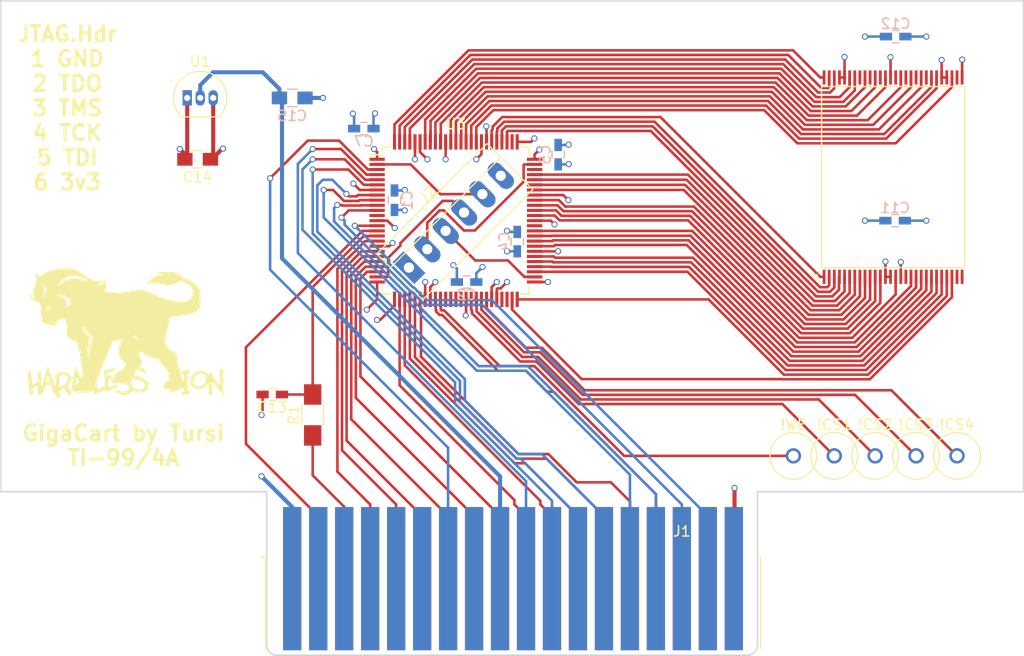
<source format=kicad_pcb>
(kicad_pcb (version 4) (host pcbnew 4.0.7)
  (layers (0 F.Cu signal) (1 3v3 power hide) (2 Gnd power hide) (31 B.Cu signal) (34 B.Paste user) (35 F.Paste user) (36 B.SilkS user) (37 F.SilkS user) (38 B.Mask user) (39 F.Mask user) (44 Edge.Cuts user))
  (net 0 "")
  (net 1 +3V3)
  (net 2 GND)
  (net 3 TI_WE)
  (net 4 +5V)
  (net 5 "Net-(J1-Pad1)")
  (net 6 TI_D7)
  (net 7 TI_D6)
  (net 8 TI_D5)
  (net 9 TI_D4)
  (net 10 TI_D3)
  (net 11 TI_D2)
  (net 12 TI_D1)
  (net 13 TI_D0)
  (net 14 "Net-(J1-Pad21)")
  (net 15 TI_A14)
  (net 16 "Net-(J1-Pad25)")
  (net 17 "Net-(J1-Pad27)")
  (net 18 "Net-(J1-Pad29)")
  (net 19 "Net-(J1-Pad31)")
  (net 20 "Net-(J1-Pad33)")
  (net 21 "Net-(J1-Pad4)")
  (net 22 "Net-(J1-Pad6)")
  (net 23 TI_A15)
  (net 24 TI_A13)
  (net 25 TI_A12)
  (net 26 TI_A11)
  (net 27 TI_A10)
  (net 28 TI_A9)
  (net 29 TI_A8)
  (net 30 TI_A7)
  (net 31 TI_A3)
  (net 32 TI_A6)
  (net 33 TI_A5)
  (net 34 TI_A4)
  (net 35 "Net-(J1-Pad32)")
  (net 36 TI_ROM)
  (net 37 "Net-(J1-Pad36)")
  (net 38 "Net-(J2-Pad2)")
  (net 39 "Net-(J2-Pad3)")
  (net 40 "Net-(J2-Pad4)")
  (net 41 "Net-(J2-Pad5)")
  (net 42 "Net-(J3-Pad1)")
  (net 43 "Net-(J4-Pad1)")
  (net 44 "Net-(J5-Pad1)")
  (net 45 "Net-(J6-Pad1)")
  (net 46 "Net-(J7-Pad1)")
  (net 47 "Net-(U2-Pad56)")
  (net 48 "Net-(U2-Pad1)")
  (net 49 "Net-(U2-Pad55)")
  (net 50 "Net-(U2-Pad2)")
  (net 51 "Net-(U2-Pad54)")
  (net 52 "Net-(U2-Pad3)")
  (net 53 "Net-(U2-Pad4)")
  (net 54 "Net-(U2-Pad5)")
  (net 55 OA0)
  (net 56 "Net-(U2-Pad6)")
  (net 57 OD7)
  (net 58 "Net-(U2-Pad7)")
  (net 59 "Net-(U2-Pad49)")
  (net 60 "Net-(U2-Pad8)")
  (net 61 OD6)
  (net 62 "Net-(U2-Pad9)")
  (net 63 "Net-(U2-Pad47)")
  (net 64 "Net-(U2-Pad10)")
  (net 65 OD5)
  (net 66 "Net-(U2-Pad11)")
  (net 67 "Net-(U2-Pad45)")
  (net 68 "Net-(U2-Pad12)")
  (net 69 OD4)
  (net 70 "Net-(U2-Pad42)")
  (net 71 "Net-(U2-Pad15)")
  (net 72 OD3)
  (net 73 "Net-(U2-Pad40)")
  (net 74 "Net-(U2-Pad17)")
  (net 75 OD2)
  (net 76 "Net-(U2-Pad18)")
  (net 77 "Net-(U2-Pad38)")
  (net 78 "Net-(U2-Pad19)")
  (net 79 OD1)
  (net 80 "Net-(U2-Pad20)")
  (net 81 "Net-(U2-Pad36)")
  (net 82 "Net-(U2-Pad21)")
  (net 83 OD0)
  (net 84 "Net-(U2-Pad22)")
  (net 85 "Net-(U2-Pad34)")
  (net 86 "Net-(U2-Pad23)")
  (net 87 "Net-(U2-Pad24)")
  (net 88 "Net-(U2-Pad25)")
  (net 89 "Net-(U2-Pad31)")
  (net 90 "Net-(U2-Pad26)")
  (module tsop:TSOP-56 (layer F.Cu) (at 179.75286 88.74344)
    (fp_text reference U2)
    (fp_text value S29GL01G-128MB-Flash hide)
    (pad 56 smd rect (at -6.74878 -9.74344) (size 0.26924 1.39192) (layers F.Cu F.Paste F.Mask) (net 47 "Net-(U2-Pad56)"))
    (pad 1 smd rect (at -6.74878 9.74344) (size 0.26924 1.39192) (layers F.Cu F.Paste F.Mask) (net 48 "Net-(U2-Pad1)"))
    (pad 55 smd rect (at -6.2484 -9.74344) (size 0.26924 1.39192) (layers F.Cu F.Paste F.Mask) (net 49 "Net-(U2-Pad55)"))
    (pad 2 smd rect (at -6.2484 9.74344) (size 0.26924 1.39192) (layers F.Cu F.Paste F.Mask) (net 50 "Net-(U2-Pad2)"))
    (pad 54 smd rect (at -5.74802 -9.74344) (size 0.26924 1.39192) (layers F.Cu F.Paste F.Mask) (net 51 "Net-(U2-Pad54)"))
    (pad 3 smd rect (at -5.74802 9.74344) (size 0.26924 1.39192) (layers F.Cu F.Paste F.Mask) (net 52 "Net-(U2-Pad3)"))
    (pad 53 smd rect (at -5.24764 -9.74344) (size 0.27178 1.39192) (layers F.Cu F.Paste F.Mask) (net 2 GND))
    (pad 4 smd rect (at -5.24764 9.74344) (size 0.27178 1.39192) (layers F.Cu F.Paste F.Mask) (net 53 "Net-(U2-Pad4)"))
    (pad 52 smd rect (at -4.74726 -9.74344) (size 0.27178 1.39192) (layers F.Cu F.Paste F.Mask) (net 2 GND))
    (pad 5 smd rect (at -4.74726 9.74344) (size 0.27178 1.39192) (layers F.Cu F.Paste F.Mask) (net 54 "Net-(U2-Pad5)"))
    (pad 51 smd rect (at -4.24942 -9.74344) (size 0.26924 1.39192) (layers F.Cu F.Paste F.Mask) (net 55 OA0))
    (pad 6 smd rect (at -4.24942 9.74344) (size 0.26924 1.39192) (layers F.Cu F.Paste F.Mask) (net 56 "Net-(U2-Pad6)"))
    (pad 50 smd rect (at -3.74904 -9.74344) (size 0.26924 1.39192) (layers F.Cu F.Paste F.Mask) (net 57 OD7))
    (pad 7 smd rect (at -3.74904 9.74344) (size 0.26924 1.39192) (layers F.Cu F.Paste F.Mask) (net 58 "Net-(U2-Pad7)"))
    (pad 49 smd rect (at -3.24866 -9.74344) (size 0.26924 1.39192) (layers F.Cu F.Paste F.Mask) (net 59 "Net-(U2-Pad49)"))
    (pad 8 smd rect (at -3.24866 9.74344) (size 0.26924 1.39192) (layers F.Cu F.Paste F.Mask) (net 60 "Net-(U2-Pad8)"))
    (pad 48 smd rect (at -2.74828 -9.74344) (size 0.26924 1.39192) (layers F.Cu F.Paste F.Mask) (net 61 OD6))
    (pad 9 smd rect (at -2.74828 9.74344) (size 0.26924 1.39192) (layers F.Cu F.Paste F.Mask) (net 62 "Net-(U2-Pad9)"))
    (pad 47 smd rect (at -2.2479 -9.74344) (size 0.26924 1.39192) (layers F.Cu F.Paste F.Mask) (net 63 "Net-(U2-Pad47)"))
    (pad 10 smd rect (at -2.2479 9.74344) (size 0.26924 1.39192) (layers F.Cu F.Paste F.Mask) (net 64 "Net-(U2-Pad10)"))
    (pad 46 smd rect (at -1.74752 -9.74344) (size 0.27178 1.39192) (layers F.Cu F.Paste F.Mask) (net 65 OD5))
    (pad 11 smd rect (at -1.74752 9.74344) (size 0.27178 1.39192) (layers F.Cu F.Paste F.Mask) (net 66 "Net-(U2-Pad11)"))
    (pad 45 smd rect (at -1.24714 -9.74344) (size 0.27178 1.39192) (layers F.Cu F.Paste F.Mask) (net 67 "Net-(U2-Pad45)"))
    (pad 12 smd rect (at -1.24714 9.74344) (size 0.27178 1.39192) (layers F.Cu F.Paste F.Mask) (net 68 "Net-(U2-Pad12)"))
    (pad 44 smd rect (at -0.7493 -9.74344) (size 0.26924 1.39192) (layers F.Cu F.Paste F.Mask) (net 69 OD4))
    (pad 13 smd rect (at -0.7493 9.74344) (size 0.26924 1.39192) (layers F.Cu F.Paste F.Mask) (net 1 +3V3))
    (pad 43 smd rect (at -0.24892 -9.74344) (size 0.26924 1.39192) (layers F.Cu F.Paste F.Mask) (net 1 +3V3))
    (pad 14 smd rect (at -0.24892 9.74344) (size 0.26924 1.39192) (layers F.Cu F.Paste F.Mask) (net 1 +3V3))
    (pad 42 smd rect (at 0.24892 -9.74344) (size 0.26924 1.39192) (layers F.Cu F.Paste F.Mask) (net 70 "Net-(U2-Pad42)"))
    (pad 15 smd rect (at 0.24892 9.74344) (size 0.26924 1.39192) (layers F.Cu F.Paste F.Mask) (net 71 "Net-(U2-Pad15)"))
    (pad 41 smd rect (at 0.7493 -9.74344) (size 0.26924 1.39192) (layers F.Cu F.Paste F.Mask) (net 72 OD3))
    (pad 16 smd rect (at 0.7493 9.74344) (size 0.26924 1.39192) (layers F.Cu F.Paste F.Mask) (net 2 GND))
    (pad 40 smd rect (at 1.24714 -9.74344) (size 0.27178 1.39192) (layers F.Cu F.Paste F.Mask) (net 73 "Net-(U2-Pad40)"))
    (pad 17 smd rect (at 1.24714 9.74344) (size 0.27178 1.39192) (layers F.Cu F.Paste F.Mask) (net 74 "Net-(U2-Pad17)"))
    (pad 39 smd rect (at 1.74752 -9.74344) (size 0.27178 1.39192) (layers F.Cu F.Paste F.Mask) (net 75 OD2))
    (pad 18 smd rect (at 1.74752 9.74344) (size 0.27178 1.39192) (layers F.Cu F.Paste F.Mask) (net 76 "Net-(U2-Pad18)"))
    (pad 38 smd rect (at 2.2479 -9.74344) (size 0.26924 1.39192) (layers F.Cu F.Paste F.Mask) (net 77 "Net-(U2-Pad38)"))
    (pad 19 smd rect (at 2.2479 9.74344) (size 0.26924 1.39192) (layers F.Cu F.Paste F.Mask) (net 78 "Net-(U2-Pad19)"))
    (pad 37 smd rect (at 2.74828 -9.74344) (size 0.26924 1.39192) (layers F.Cu F.Paste F.Mask) (net 79 OD1))
    (pad 20 smd rect (at 2.74828 9.74344) (size 0.26924 1.39192) (layers F.Cu F.Paste F.Mask) (net 80 "Net-(U2-Pad20)"))
    (pad 36 smd rect (at 3.24866 -9.74344) (size 0.26924 1.39192) (layers F.Cu F.Paste F.Mask) (net 81 "Net-(U2-Pad36)"))
    (pad 21 smd rect (at 3.24866 9.74344) (size 0.26924 1.39192) (layers F.Cu F.Paste F.Mask) (net 82 "Net-(U2-Pad21)"))
    (pad 35 smd rect (at 3.74904 -9.74344) (size 0.26924 1.39192) (layers F.Cu F.Paste F.Mask) (net 83 OD0))
    (pad 22 smd rect (at 3.74904 9.74344) (size 0.26924 1.39192) (layers F.Cu F.Paste F.Mask) (net 84 "Net-(U2-Pad22)"))
    (pad 34 smd rect (at 4.24942 -9.74344) (size 0.26924 1.39192) (layers F.Cu F.Paste F.Mask) (net 85 "Net-(U2-Pad34)"))
    (pad 23 smd rect (at 4.24942 9.74344) (size 0.26924 1.39192) (layers F.Cu F.Paste F.Mask) (net 86 "Net-(U2-Pad23)"))
    (pad 33 smd rect (at 4.74726 -9.74344) (size 0.27178 1.39192) (layers F.Cu F.Paste F.Mask) (net 2 GND))
    (pad 24 smd rect (at 4.74726 9.74344) (size 0.27178 1.39192) (layers F.Cu F.Paste F.Mask) (net 87 "Net-(U2-Pad24)"))
    (pad 32 smd rect (at 5.24764 -9.74344) (size 0.27178 1.39192) (layers F.Cu F.Paste F.Mask) (net 2 GND))
    (pad 25 smd rect (at 5.24764 9.74344) (size 0.27178 1.39192) (layers F.Cu F.Paste F.Mask) (net 88 "Net-(U2-Pad25)"))
    (pad 31 smd rect (at 5.74802 -9.74344) (size 0.26924 1.39192) (layers F.Cu F.Paste F.Mask) (net 89 "Net-(U2-Pad31)"))
    (pad 26 smd rect (at 5.74802 9.74344) (size 0.26924 1.39192) (layers F.Cu F.Paste F.Mask) (net 90 "Net-(U2-Pad26)"))
    (pad 30 smd rect (at 6.2484 -9.74344) (size 0.26924 1.39192) (layers F.Cu F.Paste F.Mask))
    (pad 27 smd rect (at 6.2484 9.74344) (size 0.26924 1.39192) (layers F.Cu F.Paste F.Mask))
    (pad 29 smd rect (at 6.74878 -9.74344) (size 0.26924 1.39192) (layers F.Cu F.Paste F.Mask) (net 1 +3V3))
    (pad 28 smd rect (at 6.74878 9.74344) (size 0.26924 1.39192) (layers F.Cu F.Paste F.Mask))
  )
  (module Capacitors_SMD:C_0603_HandSoldering (layer B.Cu) (at 131 91 90)
    (fp_text reference C1 (at 0 1.25 90) (layer B.SilkS) (effects (justify mirror)))
    (fp_text value 1nF)
    (pad 1 smd rect (at -0.95 0 90) (size 1.2 0.75) (layers B.Cu B.Paste B.Mask) (net 1 +3V3))
    (pad 2 smd rect (at 0.95 0 90) (size 1.2 0.75) (layers B.Cu B.Paste B.Mask) (net 2 GND))
  )
  (module Capacitors_SMD:C_0603_HandSoldering (layer B.Cu) (at 138.05 99)
    (fp_text reference C2 (at 0 1.25) (layer B.SilkS) (effects (justify mirror)))
    (fp_text value 1nF)
    (pad 1 smd rect (at -0.95 0) (size 1.2 0.75) (layers B.Cu B.Paste B.Mask) (net 1 +3V3))
    (pad 2 smd rect (at 0.95 0) (size 1.2 0.75) (layers B.Cu B.Paste B.Mask) (net 2 GND))
  )
  (module Capacitors_SMD:C_0603_HandSoldering (layer B.Cu) (at 143 95.05 270)
    (fp_text reference C4 (at 0 1.25 270) (layer B.SilkS) (effects (justify mirror)))
    (fp_text value 1nF)
    (pad 1 smd rect (at -0.95 0 270) (size 1.2 0.75) (layers B.Cu B.Paste B.Mask) (net 1 +3V3))
    (pad 2 smd rect (at 0.95 0 270) (size 1.2 0.75) (layers B.Cu B.Paste B.Mask) (net 2 GND))
  )
  (module Capacitors_SMD:C_0603_HandSoldering (layer B.Cu) (at 147 86.55 270)
    (fp_text reference C5 (at 0 1.25 270) (layer B.SilkS) (effects (justify mirror)))
    (fp_text value 1nF)
    (pad 1 smd rect (at -0.95 0 270) (size 1.2 0.75) (layers B.Cu B.Paste B.Mask) (net 1 +3V3))
    (pad 2 smd rect (at 0.95 0 270) (size 1.2 0.75) (layers B.Cu B.Paste B.Mask) (net 2 GND))
  )
  (module Capacitors_SMD:C_0603_HandSoldering (layer B.Cu) (at 128 84)
    (fp_text reference C7 (at 0 1.25) (layer B.SilkS) (effects (justify mirror)))
    (fp_text value 1nF)
    (pad 1 smd rect (at -0.95 0) (size 1.2 0.75) (layers B.Cu B.Paste B.Mask) (net 1 +3V3))
    (pad 2 smd rect (at 0.95 0) (size 1.2 0.75) (layers B.Cu B.Paste B.Mask) (net 2 GND))
  )
  (module Capacitors_SMD:C_0603_HandSoldering (layer B.Cu) (at 179.95 93 180)
    (fp_text reference C11 (at 0 1.25 180) (layer B.SilkS) (effects (justify mirror)))
    (fp_text value 1nF)
    (pad 1 smd rect (at -0.95 0 180) (size 1.2 0.75) (layers B.Cu B.Paste B.Mask) (net 2 GND))
    (pad 2 smd rect (at 0.95 0 180) (size 1.2 0.75) (layers B.Cu B.Paste B.Mask) (net 1 +3V3))
  )
  (module Capacitors_SMD:C_0603_HandSoldering (layer B.Cu) (at 180 75 180)
    (fp_text reference C12 (at 0 1.25 180) (layer B.SilkS) (effects (justify mirror)))
    (fp_text value 1nF)
    (pad 1 smd rect (at -0.95 0 180) (size 1.2 0.75) (layers B.Cu B.Paste B.Mask) (net 1 +3V3))
    (pad 2 smd rect (at 0.95 0 180) (size 1.2 0.75) (layers B.Cu B.Paste B.Mask) (net 2 GND))
  )
  (module Capacitors_SMD:C_0603_HandSoldering (layer F.Cu) (at 119.05 110 180)
    (fp_text reference C13 (at 0 -1.25 180) (layer F.SilkS))
    (fp_text value 1nF)
    (pad 1 smd rect (at -0.95 0 180) (size 1.2 0.75) (layers F.Cu F.Paste F.Mask) (net 3 TI_WE))
    (pad 2 smd rect (at 0.95 0 180) (size 1.2 0.75) (layers F.Cu F.Paste F.Mask) (net 2 GND))
  )
  (module Capacitors_SMD:C_0805_HandSoldering (layer F.Cu) (at 111.75 87 180)
    (fp_text reference C14 (at 0 -1.75 180) (layer F.SilkS))
    (fp_text value 1uF)
    (pad 1 smd rect (at -1.25 0 180) (size 1.5 1.25) (layers F.Cu F.Paste F.Mask) (net 1 +3V3))
    (pad 2 smd rect (at 1.25 0 180) (size 1.5 1.25) (layers F.Cu F.Paste F.Mask) (net 2 GND))
  )
  (module Capacitors_SMD:C_0805_HandSoldering (layer B.Cu) (at 121 81)
    (fp_text reference C15 (at 0 1.75) (layer B.SilkS) (effects (justify mirror)))
    (fp_text value 1uF)
    (pad 1 smd rect (at -1.25 0) (size 1.5 1.25) (layers B.Cu B.Paste B.Mask) (net 4 +5V))
    (pad 2 smd rect (at 1.25 0) (size 1.5 1.25) (layers B.Cu B.Paste B.Mask) (net 2 GND))
  )
  (module Oddities:BUS_TI99_CART (layer F.Cu) (at 143.86 131)
    (fp_text reference J1 (at 15.24 -7.62) (layer F.SilkS))
    (fp_text value Bus_TI994A_Cart)
    (pad 1 connect rect (at 20.32 -3) (size 1.78 14) (layers B.Cu B.Mask) (net 5 "Net-(J1-Pad1)"))
    (pad 3 connect rect (at 17.78 -3) (size 1.78 14) (layers B.Cu B.Mask) (net 6 TI_D7))
    (pad 5 connect rect (at 15.24 -3) (size 1.78 14) (layers B.Cu B.Mask) (net 7 TI_D6))
    (pad 7 connect rect (at 12.7 -3) (size 1.78 14) (layers B.Cu B.Mask) (net 8 TI_D5))
    (pad 9 connect rect (at 10.16 -3) (size 1.78 14) (layers B.Cu B.Mask) (net 9 TI_D4))
    (pad 11 connect rect (at 7.62 -3) (size 1.78 14) (layers B.Cu B.Mask) (net 10 TI_D3))
    (pad 13 connect rect (at 5.08 -3) (size 1.78 14) (layers B.Cu B.Mask) (net 11 TI_D2))
    (pad 15 connect rect (at 2.54 -3) (size 1.78 14) (layers B.Cu B.Mask) (net 12 TI_D1))
    (pad 17 connect rect (at 0 -3) (size 1.78 14) (layers B.Cu B.Mask) (net 13 TI_D0))
    (pad 19 connect rect (at -2.54 -3) (size 1.78 14) (layers B.Cu B.Mask) (net 4 +5V))
    (pad 21 connect rect (at -5.08 -3) (size 1.78 14) (layers B.Cu B.Mask) (net 14 "Net-(J1-Pad21)"))
    (pad 23 connect rect (at -7.62 -3) (size 1.78 14) (layers B.Cu B.Mask) (net 15 TI_A14))
    (pad 25 connect rect (at -10.16 -3) (size 1.78 14) (layers B.Cu B.Mask) (net 16 "Net-(J1-Pad25)"))
    (pad 27 connect rect (at -12.7 -3) (size 1.78 14) (layers B.Cu B.Mask) (net 17 "Net-(J1-Pad27)"))
    (pad 29 connect rect (at -15.24 -3) (size 1.78 14) (layers B.Cu B.Mask) (net 18 "Net-(J1-Pad29)"))
    (pad 31 connect rect (at -17.78 -3) (size 1.78 14) (layers B.Cu B.Mask) (net 19 "Net-(J1-Pad31)"))
    (pad 33 connect rect (at -20.32 -3) (size 1.78 14) (layers B.Cu B.Mask) (net 20 "Net-(J1-Pad33)"))
    (pad 35 connect rect (at -22.86 -3) (size 1.78 14) (layers B.Cu B.Mask) (net 2 GND))
    (pad 2 connect rect (at 20.32 -3) (size 1.78 14) (layers F.Cu F.Mask) (net 2 GND))
    (pad 4 connect rect (at 17.78 -3) (size 1.78 14) (layers F.Cu F.Mask) (net 21 "Net-(J1-Pad4)"))
    (pad 6 connect rect (at 15.24 -3) (size 1.78 14) (layers F.Cu F.Mask) (net 22 "Net-(J1-Pad6)"))
    (pad 8 connect rect (at 12.7 -3) (size 1.78 14) (layers F.Cu F.Mask) (net 23 TI_A15))
    (pad 10 connect rect (at 10.16 -3) (size 1.78 14) (layers F.Cu F.Mask) (net 24 TI_A13))
    (pad 12 connect rect (at 7.62 -3) (size 1.78 14) (layers F.Cu F.Mask) (net 25 TI_A12))
    (pad 14 connect rect (at 5.08 -3) (size 1.78 14) (layers F.Cu F.Mask) (net 26 TI_A11))
    (pad 16 connect rect (at 2.54 -3) (size 1.78 14) (layers F.Cu F.Mask) (net 27 TI_A10))
    (pad 18 connect rect (at 0 -3) (size 1.78 14) (layers F.Cu F.Mask) (net 28 TI_A9))
    (pad 20 connect rect (at -2.54 -3) (size 1.78 14) (layers F.Cu F.Mask) (net 29 TI_A8))
    (pad 22 connect rect (at -5.08 -3) (size 1.78 14) (layers F.Cu F.Mask) (net 30 TI_A7))
    (pad 24 connect rect (at -7.62 -3) (size 1.78 14) (layers F.Cu F.Mask) (net 31 TI_A3))
    (pad 26 connect rect (at -10.16 -3) (size 1.78 14) (layers F.Cu F.Mask) (net 32 TI_A6))
    (pad 28 connect rect (at -12.7 -3) (size 1.78 14) (layers F.Cu F.Mask) (net 33 TI_A5))
    (pad 30 connect rect (at -15.24 -3) (size 1.78 14) (layers F.Cu F.Mask) (net 34 TI_A4))
    (pad 32 connect rect (at -17.78 -3) (size 1.78 14) (layers F.Cu F.Mask) (net 35 "Net-(J1-Pad32)"))
    (pad 34 connect rect (at -20.32 -3) (size 1.78 14) (layers F.Cu F.Mask) (net 36 TI_ROM))
    (pad 36 connect rect (at -22.86 -3) (size 1.78 14) (layers F.Cu F.Mask) (net 37 "Net-(J1-Pad36)"))
  )
  (module Connectors:PINHEAD1-6 (layer F.Cu) (at 132.407898 97.592102 45)
    (fp_text reference J2 (at 6.35 -3.75 45) (layer F.SilkS))
    (fp_text value Conn_01x06)
    (pad 1 thru_hole rect (at 0 0 45) (size 1.51 3.01) (drill 1) (layers *.Cu *.Mask) (net 2 GND))
    (pad 2 thru_hole oval (at 2.54 0 45) (size 1.51 3.01) (drill 1) (layers *.Cu *.Mask) (net 38 "Net-(J2-Pad2)"))
    (pad 3 thru_hole oval (at 5.08 0 45) (size 1.51 3.01) (drill 1) (layers *.Cu *.Mask) (net 39 "Net-(J2-Pad3)"))
    (pad 4 thru_hole oval (at 7.62 0 45) (size 1.51 3.01) (drill 1) (layers *.Cu *.Mask) (net 40 "Net-(J2-Pad4)"))
    (pad 5 thru_hole oval (at 10.16 0 45) (size 1.51 3.01) (drill 1) (layers *.Cu *.Mask) (net 41 "Net-(J2-Pad5)"))
    (pad 6 thru_hole oval (at 12.7 0 45) (size 1.51 3.01) (drill 1) (layers *.Cu *.Mask) (net 1 +3V3))
  )
  (module Connectors:1pin (layer F.Cu) (at 174 116)
    (fp_text reference !CS1 (at 0 -3.048) (layer F.SilkS))
    (fp_text value .)
    (pad 1 thru_hole circle (at 0 0) (size 1.5 1.5) (drill 1) (layers *.Cu *.Mask) (net 42 "Net-(J3-Pad1)"))
  )
  (module Connectors:1pin (layer F.Cu) (at 178 116)
    (fp_text reference !CS2 (at 0 -3.048) (layer F.SilkS))
    (fp_text value .)
    (pad 1 thru_hole circle (at 0 0) (size 1.5 1.5) (drill 1) (layers *.Cu *.Mask) (net 43 "Net-(J4-Pad1)"))
  )
  (module Connectors:1pin (layer F.Cu) (at 182 116)
    (fp_text reference !CS3 (at 0 -3.048) (layer F.SilkS))
    (fp_text value .)
    (pad 1 thru_hole circle (at 0 0) (size 1.5 1.5) (drill 1) (layers *.Cu *.Mask) (net 44 "Net-(J5-Pad1)"))
  )
  (module Connectors:1pin (layer F.Cu) (at 170 116)
    (fp_text reference !WE (at 0 -3.048) (layer F.SilkS))
    (fp_text value .)
    (pad 1 thru_hole circle (at 0 0) (size 1.5 1.5) (drill 1) (layers *.Cu *.Mask) (net 46 "Net-(J7-Pad1)"))
  )
  (module Resistors_SMD:R_1206_HandSoldering (layer F.Cu) (at 123 112 90)
    (fp_text reference R1 (at 0 -1.85 90) (layer F.SilkS))
    (fp_text value 68^)
    (pad 1 smd rect (at -2 0 90) (size 2 1.7) (layers F.Cu F.Paste F.Mask) (net 35 "Net-(J1-Pad32)"))
    (pad 2 smd rect (at 2 0 90) (size 2 1.7) (layers F.Cu F.Paste F.Mask) (net 3 TI_WE))
  )
  (module TO_SOT_Packages_THT:TO-92_Inline_Narrow_Oval (layer F.Cu) (at 110.73 81)
    (fp_text reference U1 (at 1.27 -3.56) (layer F.SilkS))
    (fp_text value MCP1700-3302E_TO92)
    (pad 2 thru_hole oval (at 1.27 0 180) (size 0.9 1.5) (drill 0.6) (layers *.Cu *.Mask) (net 4 +5V))
    (pad 3 thru_hole oval (at 2.54 0 180) (size 0.9 1.5) (drill 0.6) (layers *.Cu *.Mask) (net 1 +3V3))
    (pad 1 thru_hole rect (at 0 0 180) (size 0.9 1.5) (drill 0.6) (layers *.Cu *.Mask) (net 2 GND))
  )
  (module Housings_QFP:TQFP-100_14x14mm_Pitch0.5mm (layer F.Cu) (at 137 93)
    (fp_text reference U3 (at 0 -9.45) (layer F.SilkS))
    (fp_text value GigaCart_CPLD_LC4064)
    (pad 1 smd rect (at -7.7 -6) (size 1.5 0.3) (layers F.Cu F.Paste F.Mask) (net 2 GND))
    (pad 2 smd rect (at -7.7 -5.5) (size 1.5 0.3) (layers F.Cu F.Paste F.Mask) (net 41 "Net-(J2-Pad5)"))
    (pad 3 smd rect (at -7.7 -5) (size 1.5 0.3) (layers F.Cu F.Paste F.Mask) (net 15 TI_A14))
    (pad 4 smd rect (at -7.7 -4.5) (size 1.5 0.3) (layers F.Cu F.Paste F.Mask) (net 13 TI_D0))
    (pad 5 smd rect (at -7.7 -4) (size 1.5 0.3) (layers F.Cu F.Paste F.Mask) (net 12 TI_D1))
    (pad 6 smd rect (at -7.7 -3.5) (size 1.5 0.3) (layers F.Cu F.Paste F.Mask) (net 11 TI_D2))
    (pad 7 smd rect (at -7.7 -3) (size 1.5 0.3) (layers F.Cu F.Paste F.Mask) (net 2 GND))
    (pad 8 smd rect (at -7.7 -2.5) (size 1.5 0.3) (layers F.Cu F.Paste F.Mask) (net 10 TI_D3))
    (pad 9 smd rect (at -7.7 -2) (size 1.5 0.3) (layers F.Cu F.Paste F.Mask) (net 9 TI_D4))
    (pad 10 smd rect (at -7.7 -1.5) (size 1.5 0.3) (layers F.Cu F.Paste F.Mask) (net 8 TI_D5))
    (pad 11 smd rect (at -7.7 -1) (size 1.5 0.3) (layers F.Cu F.Paste F.Mask) (net 7 TI_D6))
    (pad 12 smd rect (at -7.7 -0.5) (size 1.5 0.3) (layers F.Cu F.Paste F.Mask))
    (pad 13 smd rect (at -7.7 0) (size 1.5 0.3) (layers F.Cu F.Paste F.Mask) (net 1 +3V3))
    (pad 14 smd rect (at -7.7 0.5) (size 1.5 0.3) (layers F.Cu F.Paste F.Mask) (net 6 TI_D7))
    (pad 15 smd rect (at -7.7 1) (size 1.5 0.3) (layers F.Cu F.Paste F.Mask) (net 36 TI_ROM))
    (pad 16 smd rect (at -7.7 1.5) (size 1.5 0.3) (layers F.Cu F.Paste F.Mask) (net 3 TI_WE))
    (pad 17 smd rect (at -7.7 2) (size 1.5 0.3) (layers F.Cu F.Paste F.Mask) (net 34 TI_A4))
    (pad 18 smd rect (at -7.7 2.5) (size 1.5 0.3) (layers F.Cu F.Paste F.Mask) (net 2 GND))
    (pad 19 smd rect (at -7.7 3) (size 1.5 0.3) (layers F.Cu F.Paste F.Mask) (net 33 TI_A5))
    (pad 20 smd rect (at -7.7 3.5) (size 1.5 0.3) (layers F.Cu F.Paste F.Mask) (net 32 TI_A6))
    (pad 21 smd rect (at -7.7 4) (size 1.5 0.3) (layers F.Cu F.Paste F.Mask) (net 31 TI_A3))
    (pad 22 smd rect (at -7.7 4.5) (size 1.5 0.3) (layers F.Cu F.Paste F.Mask) (net 30 TI_A7))
    (pad 23 smd rect (at -7.7 5) (size 1.5 0.3) (layers F.Cu F.Paste F.Mask) (net 29 TI_A8))
    (pad 24 smd rect (at -7.7 5.5) (size 1.5 0.3) (layers F.Cu F.Paste F.Mask) (net 40 "Net-(J2-Pad4)"))
    (pad 25 smd rect (at -7.7 6) (size 1.5 0.3) (layers F.Cu F.Paste F.Mask) (net 1 +3V3))
    (pad 26 smd rect (at -6 7.7 90) (size 1.5 0.3) (layers F.Cu F.Paste F.Mask) (net 2 GND))
    (pad 27 smd rect (at -5.5 7.7 90) (size 1.5 0.3) (layers F.Cu F.Paste F.Mask) (net 28 TI_A9))
    (pad 28 smd rect (at -5 7.7 90) (size 1.5 0.3) (layers F.Cu F.Paste F.Mask) (net 27 TI_A10))
    (pad 29 smd rect (at -4.5 7.7 90) (size 1.5 0.3) (layers F.Cu F.Paste F.Mask) (net 26 TI_A11))
    (pad 30 smd rect (at -4 7.7 90) (size 1.5 0.3) (layers F.Cu F.Paste F.Mask) (net 25 TI_A12))
    (pad 31 smd rect (at -3.5 7.7 90) (size 1.5 0.3) (layers F.Cu F.Paste F.Mask) (net 24 TI_A13))
    (pad 32 smd rect (at -3 7.7 90) (size 1.5 0.3) (layers F.Cu F.Paste F.Mask) (net 2 GND))
    (pad 33 smd rect (at -2.5 7.7 90) (size 1.5 0.3) (layers F.Cu F.Paste F.Mask) (net 1 +3V3))
    (pad 34 smd rect (at -2 7.7 90) (size 1.5 0.3) (layers F.Cu F.Paste F.Mask) (net 23 TI_A15))
    (pad 35 smd rect (at -1.5 7.7 90) (size 1.5 0.3) (layers F.Cu F.Paste F.Mask) (net 46 "Net-(J7-Pad1)"))
    (pad 36 smd rect (at -1 7.7 90) (size 1.5 0.3) (layers F.Cu F.Paste F.Mask))
    (pad 37 smd rect (at -0.5 7.7 90) (size 1.5 0.3) (layers F.Cu F.Paste F.Mask))
    (pad 38 smd rect (at 0 7.7 90) (size 1.5 0.3) (layers F.Cu F.Paste F.Mask))
    (pad 39 smd rect (at 0.5 7.7 90) (size 1.5 0.3) (layers F.Cu F.Paste F.Mask))
    (pad 40 smd rect (at 1 7.7 90) (size 1.5 0.3) (layers F.Cu F.Paste F.Mask) (net 1 +3V3))
    (pad 41 smd rect (at 1.5 7.7 90) (size 1.5 0.3) (layers F.Cu F.Paste F.Mask) (net 42 "Net-(J3-Pad1)"))
    (pad 42 smd rect (at 2 7.7 90) (size 1.5 0.3) (layers F.Cu F.Paste F.Mask) (net 43 "Net-(J4-Pad1)"))
    (pad 43 smd rect (at 2.5 7.7 90) (size 1.5 0.3) (layers F.Cu F.Paste F.Mask) (net 44 "Net-(J5-Pad1)"))
    (pad 44 smd rect (at 3 7.7 90) (size 1.5 0.3) (layers F.Cu F.Paste F.Mask) (net 45 "Net-(J6-Pad1)"))
    (pad 45 smd rect (at 3.5 7.7 90) (size 1.5 0.3) (layers F.Cu F.Paste F.Mask) (net 1 +3V3))
    (pad 46 smd rect (at 4 7.7 90) (size 1.5 0.3) (layers F.Cu F.Paste F.Mask) (net 2 GND))
    (pad 47 smd rect (at 4.5 7.7 90) (size 1.5 0.3) (layers F.Cu F.Paste F.Mask))
    (pad 48 smd rect (at 5 7.7 90) (size 1.5 0.3) (layers F.Cu F.Paste F.Mask))
    (pad 49 smd rect (at 5.5 7.7 90) (size 1.5 0.3) (layers F.Cu F.Paste F.Mask) (net 90 "Net-(U2-Pad26)"))
    (pad 50 smd rect (at 6 7.7 90) (size 1.5 0.3) (layers F.Cu F.Paste F.Mask) (net 88 "Net-(U2-Pad25)"))
    (pad 51 smd rect (at 7.7 6) (size 1.5 0.3) (layers F.Cu F.Paste F.Mask) (net 2 GND))
    (pad 52 smd rect (at 7.7 5.5) (size 1.5 0.3) (layers F.Cu F.Paste F.Mask) (net 39 "Net-(J2-Pad3)"))
    (pad 53 smd rect (at 7.7 5) (size 1.5 0.3) (layers F.Cu F.Paste F.Mask) (net 87 "Net-(U2-Pad24)"))
    (pad 54 smd rect (at 7.7 4.5) (size 1.5 0.3) (layers F.Cu F.Paste F.Mask) (net 86 "Net-(U2-Pad23)"))
    (pad 55 smd rect (at 7.7 4) (size 1.5 0.3) (layers F.Cu F.Paste F.Mask) (net 84 "Net-(U2-Pad22)"))
    (pad 56 smd rect (at 7.7 3.5) (size 1.5 0.3) (layers F.Cu F.Paste F.Mask) (net 82 "Net-(U2-Pad21)"))
    (pad 57 smd rect (at 7.7 3) (size 1.5 0.3) (layers F.Cu F.Paste F.Mask) (net 2 GND))
    (pad 58 smd rect (at 7.7 2.5) (size 1.5 0.3) (layers F.Cu F.Paste F.Mask) (net 80 "Net-(U2-Pad20)"))
    (pad 59 smd rect (at 7.7 2) (size 1.5 0.3) (layers F.Cu F.Paste F.Mask) (net 78 "Net-(U2-Pad19)"))
    (pad 60 smd rect (at 7.7 1.5) (size 1.5 0.3) (layers F.Cu F.Paste F.Mask) (net 76 "Net-(U2-Pad18)"))
    (pad 61 smd rect (at 7.7 1) (size 1.5 0.3) (layers F.Cu F.Paste F.Mask) (net 71 "Net-(U2-Pad15)"))
    (pad 62 smd rect (at 7.7 0.5) (size 1.5 0.3) (layers F.Cu F.Paste F.Mask))
    (pad 63 smd rect (at 7.7 0) (size 1.5 0.3) (layers F.Cu F.Paste F.Mask) (net 1 +3V3))
    (pad 64 smd rect (at 7.7 -0.5) (size 1.5 0.3) (layers F.Cu F.Paste F.Mask) (net 68 "Net-(U2-Pad12)"))
    (pad 65 smd rect (at 7.7 -1) (size 1.5 0.3) (layers F.Cu F.Paste F.Mask) (net 66 "Net-(U2-Pad11)"))
    (pad 66 smd rect (at 7.7 -1.5) (size 1.5 0.3) (layers F.Cu F.Paste F.Mask) (net 64 "Net-(U2-Pad10)"))
    (pad 67 smd rect (at 7.7 -2) (size 1.5 0.3) (layers F.Cu F.Paste F.Mask) (net 62 "Net-(U2-Pad9)"))
    (pad 68 smd rect (at 7.7 -2.5) (size 1.5 0.3) (layers F.Cu F.Paste F.Mask) (net 2 GND))
    (pad 69 smd rect (at 7.7 -3) (size 1.5 0.3) (layers F.Cu F.Paste F.Mask) (net 60 "Net-(U2-Pad8)"))
    (pad 70 smd rect (at 7.7 -3.5) (size 1.5 0.3) (layers F.Cu F.Paste F.Mask) (net 58 "Net-(U2-Pad7)"))
    (pad 71 smd rect (at 7.7 -4) (size 1.5 0.3) (layers F.Cu F.Paste F.Mask) (net 56 "Net-(U2-Pad6)"))
    (pad 72 smd rect (at 7.7 -4.5) (size 1.5 0.3) (layers F.Cu F.Paste F.Mask) (net 54 "Net-(U2-Pad5)"))
    (pad 73 smd rect (at 7.7 -5) (size 1.5 0.3) (layers F.Cu F.Paste F.Mask))
    (pad 74 smd rect (at 7.7 -5.5) (size 1.5 0.3) (layers F.Cu F.Paste F.Mask) (net 38 "Net-(J2-Pad2)"))
    (pad 75 smd rect (at 7.7 -6) (size 1.5 0.3) (layers F.Cu F.Paste F.Mask) (net 1 +3V3))
    (pad 76 smd rect (at 6 -7.7 90) (size 1.5 0.3) (layers F.Cu F.Paste F.Mask) (net 2 GND))
    (pad 77 smd rect (at 5.5 -7.7 90) (size 1.5 0.3) (layers F.Cu F.Paste F.Mask))
    (pad 78 smd rect (at 5 -7.7 90) (size 1.5 0.3) (layers F.Cu F.Paste F.Mask) (net 53 "Net-(U2-Pad4)"))
    (pad 79 smd rect (at 4.5 -7.7 90) (size 1.5 0.3) (layers F.Cu F.Paste F.Mask) (net 52 "Net-(U2-Pad3)"))
    (pad 80 smd rect (at 4 -7.7 90) (size 1.5 0.3) (layers F.Cu F.Paste F.Mask) (net 50 "Net-(U2-Pad2)"))
    (pad 81 smd rect (at 3.5 -7.7 90) (size 1.5 0.3) (layers F.Cu F.Paste F.Mask) (net 48 "Net-(U2-Pad1)"))
    (pad 82 smd rect (at 3 -7.7 90) (size 1.5 0.3) (layers F.Cu F.Paste F.Mask) (net 2 GND))
    (pad 83 smd rect (at 2.5 -7.7 90) (size 1.5 0.3) (layers F.Cu F.Paste F.Mask) (net 1 +3V3))
    (pad 84 smd rect (at 2 -7.7 90) (size 1.5 0.3) (layers F.Cu F.Paste F.Mask) (net 89 "Net-(U2-Pad31)"))
    (pad 85 smd rect (at 1.5 -7.7 90) (size 1.5 0.3) (layers F.Cu F.Paste F.Mask) (net 85 "Net-(U2-Pad34)"))
    (pad 86 smd rect (at 1 -7.7 90) (size 1.5 0.3) (layers F.Cu F.Paste F.Mask) (net 83 OD0))
    (pad 87 smd rect (at 0.5 -7.7 90) (size 1.5 0.3) (layers F.Cu F.Paste F.Mask) (net 79 OD1))
    (pad 88 smd rect (at 0 -7.7 90) (size 1.5 0.3) (layers F.Cu F.Paste F.Mask) (net 75 OD2))
    (pad 89 smd rect (at -0.5 -7.7 90) (size 1.5 0.3) (layers F.Cu F.Paste F.Mask) (net 72 OD3))
    (pad 90 smd rect (at -1 -7.7 90) (size 1.5 0.3) (layers F.Cu F.Paste F.Mask) (net 1 +3V3))
    (pad 91 smd rect (at -1.5 -7.7 90) (size 1.5 0.3) (layers F.Cu F.Paste F.Mask) (net 69 OD4))
    (pad 92 smd rect (at -2 -7.7 90) (size 1.5 0.3) (layers F.Cu F.Paste F.Mask) (net 65 OD5))
    (pad 93 smd rect (at -2.5 -7.7 90) (size 1.5 0.3) (layers F.Cu F.Paste F.Mask) (net 61 OD6))
    (pad 94 smd rect (at -3 -7.7 90) (size 1.5 0.3) (layers F.Cu F.Paste F.Mask) (net 57 OD7))
    (pad 95 smd rect (at -3.5 -7.7 90) (size 1.5 0.3) (layers F.Cu F.Paste F.Mask) (net 1 +3V3))
    (pad 96 smd rect (at -4 -7.7 90) (size 1.5 0.3) (layers F.Cu F.Paste F.Mask) (net 2 GND))
    (pad 97 smd rect (at -4.5 -7.7 90) (size 1.5 0.3) (layers F.Cu F.Paste F.Mask) (net 55 OA0))
    (pad 98 smd rect (at -5 -7.7 90) (size 1.5 0.3) (layers F.Cu F.Paste F.Mask) (net 51 "Net-(U2-Pad54)"))
    (pad 99 smd rect (at -5.5 -7.7 90) (size 1.5 0.3) (layers F.Cu F.Paste F.Mask) (net 49 "Net-(U2-Pad55)"))
    (pad 100 smd rect (at -6 -7.7 90) (size 1.5 0.3) (layers F.Cu F.Paste F.Mask) (net 47 "Net-(U2-Pad56)"))
  )
  (module Connectors:1pin (layer F.Cu) (at 186 116)
    (fp_text reference !CS4 (at 0 -3.048) (layer F.SilkS))
    (fp_text value .)
    (pad 1 thru_hole circle (at 0 0) (size 1.5 1.5) (drill 1) (layers *.Cu *.Mask) (net 45 "Net-(J6-Pad1)"))
  )
  (module Mounting_Holes:MountingHole_5mm (layer F.Cu) (at 142 110.5 90)
    (fp_text reference "" (at 0 -6 90) (layer F.SilkS))
    (fp_text value "")
    (pad 1 np_thru_hole circle (at 0 0 90) (size 5 5) (drill 5) (layers *.Cu *.Mask))
  )
  (module Oddities:LOGO_HL_SILVYR (layer F.Cu) (at 104.5 103.5)
    (fp_text reference "" hide)
    (fp_text value "" hide)
  )
  (gr_text "JTAG.Hdr\n1 GND\n2 TDO\n3 TMS\n4 TCK\n5 TDI\n6 3v3" (at 99 82) (layer F.SilkS) (effects (font (size 1.5 1.5) (thickness 0.3))))
  (gr_text "GigaCart by Tursi\nTI-99/4A" (at 104.5 115) (layer F.SilkS) (effects (font (size 1.5 1.5) (thickness 0.3))))
  (gr_arc (start 119.5 134.5) (end 119.5 135.5) (angle 90) (layer Edge.Cuts) (width 0.15))
  (gr_arc (start 165.5 134.5) (end 166.5 134.5) (angle 90) (layer Edge.Cuts) (width 0.15))
  (gr_line (start 92.5 71.5) (end 192.5 71.5) (layer Edge.Cuts) (width 0.15))
  (gr_line (start 92.5 119.5) (end 92.5 71.5) (layer Edge.Cuts) (width 0.15))
  (gr_line (start 118.5 119.5) (end 92.5 119.5) (layer Edge.Cuts) (width 0.15))
  (gr_line (start 192.5 119.5) (end 192.5 71.5) (layer Edge.Cuts) (width 0.15))
  (gr_line (start 166.5 119.5) (end 192.5 119.5) (layer Edge.Cuts) (width 0.15))
  (gr_line (start 166.5 134.5) (end 166.5 119.5) (layer Edge.Cuts) (width 0.15))
  (gr_line (start 118.5 134.5) (end 118.5 119.5) (layer Edge.Cuts) (width 0.15))
  (gr_line (start 165.5 135.5) (end 119.5 135.5) (layer Edge.Cuts) (width 0.15))
  (segment (start 127.05 82.661048) (end 126.934292 82.54534) (width 0.25) (layer B.Cu) (net 1))
  (segment (start 127.05 84) (end 127.05 82.661048) (width 0.25) (layer B.Cu) (net 1))
  (via (at 126.934292 82.54534) (size 0.6) (drill 0.4) (layers F.Cu B.Cu) (net 1))
  (segment (start 137.1 97.694034) (end 137.052952 97.646986) (width 0.25) (layer B.Cu) (net 1))
  (segment (start 137.052952 97.646986) (end 136.752953 97.346987) (width 0.25) (layer B.Cu) (net 1))
  (segment (start 137.1 99) (end 137.1 97.694034) (width 0.25) (layer B.Cu) (net 1))
  (via (at 136.752953 97.346987) (size 0.6) (drill 0.4) (layers F.Cu B.Cu) (net 1))
  (segment (start 130.723693 93.41712) (end 131.023692 93.717119) (width 0.25) (layer F.Cu) (net 1))
  (segment (start 130.306573 93) (end 130.723693 93.41712) (width 0.25) (layer F.Cu) (net 1))
  (segment (start 129.3 93) (end 130.306573 93) (width 0.25) (layer F.Cu) (net 1))
  (via (at 131.023692 93.717119) (size 0.6) (drill 0.4) (layers F.Cu B.Cu) (net 1))
  (segment (start 144.863472 86.359884) (end 145.163471 86.059885) (width 0.25) (layer F.Cu) (net 1))
  (segment (start 144.7 87) (end 144.7 86.523356) (width 0.25) (layer F.Cu) (net 1))
  (segment (start 144.7 86.523356) (end 144.863472 86.359884) (width 0.25) (layer F.Cu) (net 1))
  (via (at 145.163471 86.059885) (size 0.6) (drill 0.4) (layers F.Cu B.Cu) (net 1))
  (segment (start 134.206163 87.006163) (end 134.221457 87.006163) (width 0.25) (layer F.Cu) (net 1))
  (segment (start 133.5 86.3) (end 134.206163 87.006163) (width 0.25) (layer F.Cu) (net 1))
  (segment (start 133.5 85.3) (end 133.5 86.3) (width 0.25) (layer F.Cu) (net 1))
  (via (at 134.221457 87.006163) (size 0.6) (drill 0.4) (layers F.Cu B.Cu) (net 1))
  (segment (start 140.5 100.7) (end 140.5 99.5) (width 0.25) (layer F.Cu) (net 1))
  (segment (start 140.5 99.5) (end 141 99) (width 0.25) (layer F.Cu) (net 1))
  (via (at 141 99) (size 0.6) (drill 0.4) (layers F.Cu B.Cu) (net 1))
  (segment (start 138 100.7) (end 138 102.238545) (width 0.25) (layer F.Cu) (net 1))
  (via (at 137.96255 102.275995) (size 0.6) (drill 0.4) (layers F.Cu B.Cu) (net 1))
  (segment (start 138 102.238545) (end 137.96255 102.275995) (width 0.25) (layer F.Cu) (net 1))
  (via (at 148.021424 85.567846) (size 0.6) (drill 0.4) (layers F.Cu B.Cu) (net 1))
  (segment (start 129.3 99) (end 129.3 100.699995) (width 0.25) (layer F.Cu) (net 1))
  (segment (start 129.3 100.699995) (end 128.291555 101.70844) (width 0.25) (layer F.Cu) (net 1))
  (via (at 128.291555 101.70844) (size 0.6) (drill 0.4) (layers F.Cu B.Cu) (net 1))
  (segment (start 136 85.3) (end 136 87) (width 0.25) (layer F.Cu) (net 1))
  (via (at 136 87) (size 0.6) (drill 0.4) (layers F.Cu B.Cu) (net 1))
  (segment (start 139.5 85.3) (end 139.5 86.5) (width 0.25) (layer F.Cu) (net 1))
  (segment (start 139.5 86.5) (end 139 87) (width 0.25) (layer F.Cu) (net 1))
  (via (at 139 87) (size 0.6) (drill 0.4) (layers F.Cu B.Cu) (net 1))
  (segment (start 144.7 93) (end 146.281865 93) (width 0.25) (layer F.Cu) (net 1))
  (segment (start 146.281865 93) (end 146.647113 93.365248) (width 0.25) (layer F.Cu) (net 1))
  (via (at 146.647113 93.365248) (size 0.6) (drill 0.4) (layers F.Cu B.Cu) (net 1))
  (segment (start 134.5 100.7) (end 134.5 99.5) (width 0.25) (layer F.Cu) (net 1))
  (segment (start 134.5 99.5) (end 135 99) (width 0.25) (layer F.Cu) (net 1))
  (via (at 135 99) (size 0.6) (drill 0.4) (layers F.Cu B.Cu) (net 1))
  (segment (start 147 85.6) (end 147.95 85.6) (width 0.25) (layer B.Cu) (net 1))
  (segment (start 147.95 85.6) (end 148 85.55) (width 0.25) (layer B.Cu) (net 1))
  (segment (start 131 91.95) (end 131.95 91.95) (width 0.25) (layer B.Cu) (net 1))
  (segment (start 131.95 91.95) (end 132 92) (width 0.25) (layer B.Cu) (net 1))
  (via (at 132 92) (size 0.6) (drill 0.4) (layers F.Cu B.Cu) (net 1))
  (segment (start 143 94.1) (end 142.1 94.1) (width 0.25) (layer B.Cu) (net 1))
  (segment (start 142.1 94.1) (end 142 94) (width 0.25) (layer B.Cu) (net 1))
  (via (at 142 94) (size 0.6) (drill 0.4) (layers F.Cu B.Cu) (net 1))
  (segment (start 179.00356 98.48688) (end 179.00356 97.00356) (width 0.25) (layer F.Cu) (net 1))
  (segment (start 179.00356 97.00356) (end 179 97) (width 0.25) (layer F.Cu) (net 1))
  (via (at 179 97) (size 0.6) (drill 0.4) (layers F.Cu B.Cu) (net 1))
  (segment (start 179 93) (end 177 93) (width 0.25) (layer B.Cu) (net 1))
  (via (at 177 93) (size 0.6) (drill 0.4) (layers F.Cu B.Cu) (net 1))
  (segment (start 186.50164 77.253431) (end 186.50471 77.250361) (width 0.25) (layer F.Cu) (net 1))
  (segment (start 186.50164 79) (end 186.50164 77.253431) (width 0.25) (layer F.Cu) (net 1))
  (via (at 186.50471 77.250361) (size 0.6) (drill 0.4) (layers F.Cu B.Cu) (net 1))
  (segment (start 179.50394 77.021805) (end 179.496256 77.014121) (width 0.25) (layer F.Cu) (net 1))
  (segment (start 179.50394 79) (end 179.50394 77.021805) (width 0.25) (layer F.Cu) (net 1))
  (via (at 179.496256 77.014121) (size 0.6) (drill 0.4) (layers F.Cu B.Cu) (net 1))
  (segment (start 180.95 75) (end 183 75) (width 0.25) (layer B.Cu) (net 1))
  (via (at 183 75) (size 0.6) (drill 0.4) (layers F.Cu B.Cu) (net 1))
  (segment (start 179.50394 98.48688) (end 179.00356 98.48688) (width 0.25) (layer F.Cu) (net 1))
  (segment (start 114.17267 85.95233) (end 114.23523 85.95233) (width 0.4) (layer F.Cu) (net 1))
  (segment (start 113.125 87) (end 114.17267 85.95233) (width 0.4) (layer F.Cu) (net 1))
  (segment (start 113 87) (end 113.125 87) (width 0.4) (layer F.Cu) (net 1))
  (via (at 114.23523 85.95233) (size 0.6) (drill 0.4) (layers F.Cu B.Cu) (net 1))
  (segment (start 113.273981 81.259571) (end 113.27 81.263552) (width 0.4) (layer F.Cu) (net 1))
  (segment (start 113.27 81.263552) (end 113.27 86.73) (width 0.4) (layer F.Cu) (net 1))
  (segment (start 113.27 86.73) (end 113 87) (width 0.25) (layer F.Cu) (net 1))
  (segment (start 141.388154 88.611846) (end 141.388154 89.357394) (width 0.4) (layer F.Cu) (net 1))
  (segment (start 141.388154 88.611846) (end 140.863808 88.611846) (width 0.4) (layer F.Cu) (net 1))
  (segment (start 141.388154 88.611846) (end 140.826941 88.611846) (width 0.4) (layer F.Cu) (net 1))
  (segment (start 128.95 82.655617) (end 129.092295 82.513322) (width 0.25) (layer B.Cu) (net 2))
  (segment (start 128.95 84) (end 128.95 82.655617) (width 0.25) (layer B.Cu) (net 2))
  (via (at 129.092295 82.513322) (size 0.6) (drill 0.4) (layers F.Cu B.Cu) (net 2))
  (segment (start 139.302542 97.832689) (end 139.602541 97.53269) (width 0.25) (layer B.Cu) (net 2))
  (segment (start 139 98.135231) (end 139.302542 97.832689) (width 0.25) (layer B.Cu) (net 2))
  (segment (start 139 99) (end 139 98.135231) (width 0.25) (layer B.Cu) (net 2))
  (via (at 139.602541 97.53269) (size 0.6) (drill 0.4) (layers F.Cu B.Cu) (net 2))
  (segment (start 127.277539 89.677294) (end 126.97754 89.377295) (width 0.25) (layer F.Cu) (net 2))
  (segment (start 129.3 90) (end 127.600245 90) (width 0.25) (layer F.Cu) (net 2))
  (via (at 126.97754 89.377295) (size 0.6) (drill 0.4) (layers F.Cu B.Cu) (net 2))
  (segment (start 127.600245 90) (end 127.277539 89.677294) (width 0.25) (layer F.Cu) (net 2))
  (segment (start 130.506158 95.48548) (end 130.806157 95.185481) (width 0.25) (layer F.Cu) (net 2))
  (segment (start 129.3 95.5) (end 130.491638 95.5) (width 0.25) (layer F.Cu) (net 2))
  (via (at 130.806157 95.185481) (size 0.6) (drill 0.4) (layers F.Cu B.Cu) (net 2))
  (segment (start 130.491638 95.5) (end 130.506158 95.48548) (width 0.25) (layer F.Cu) (net 2))
  (segment (start 144.33535 85.3) (end 144.374018 85.261332) (width 0.25) (layer F.Cu) (net 2))
  (segment (start 144.374018 85.261332) (end 144.674017 84.961333) (width 0.25) (layer F.Cu) (net 2))
  (via (at 144.674017 84.961333) (size 0.6) (drill 0.4) (layers F.Cu B.Cu) (net 2))
  (segment (start 143 85.3) (end 144.33535 85.3) (width 0.25) (layer F.Cu) (net 2))
  (segment (start 140 83.80322) (end 139.975553 83.778773) (width 0.25) (layer F.Cu) (net 2))
  (segment (start 140 85.3) (end 140 83.80322) (width 0.25) (layer F.Cu) (net 2))
  (via (at 139.975553 83.778773) (size 0.6) (drill 0.4) (layers F.Cu B.Cu) (net 2))
  (via (at 142 99) (size 0.6) (drill 0.4) (layers F.Cu B.Cu) (net 2))
  (segment (start 141.075001 99.624999) (end 141.375001 99.624999) (width 0.25) (layer F.Cu) (net 2))
  (segment (start 141 100.7) (end 141 99.7) (width 0.25) (layer F.Cu) (net 2))
  (segment (start 141 99.7) (end 141.075001 99.624999) (width 0.25) (layer F.Cu) (net 2))
  (segment (start 141.375001 99.624999) (end 142 99) (width 0.25) (layer F.Cu) (net 2))
  (via (at 148.033637 87.473014) (size 0.6) (drill 0.4) (layers F.Cu B.Cu) (net 2))
  (segment (start 129.591559 102.708441) (end 129.291556 102.708441) (width 0.25) (layer F.Cu) (net 2))
  (segment (start 131 101.3) (end 129.591559 102.708441) (width 0.25) (layer F.Cu) (net 2))
  (segment (start 131 100.7) (end 131 101.3) (width 0.25) (layer F.Cu) (net 2))
  (via (at 129.291556 102.708441) (size 0.6) (drill 0.4) (layers F.Cu B.Cu) (net 2))
  (segment (start 164.248305 119.141288) (end 164.248305 127.931695) (width 0.4) (layer F.Cu) (net 2))
  (segment (start 164.248305 127.931695) (end 164.18 128) (width 0.25) (layer F.Cu) (net 2))
  (via (at 164.248305 119.141288) (size 0.6) (drill 0.4) (layers F.Cu B.Cu) (net 2))
  (segment (start 133 85.3) (end 133 87) (width 0.25) (layer F.Cu) (net 2))
  (via (at 133 87) (size 0.6) (drill 0.4) (layers F.Cu B.Cu) (net 2))
  (segment (start 147.5 90.5) (end 148 91) (width 0.25) (layer F.Cu) (net 2))
  (via (at 148 91) (size 0.6) (drill 0.4) (layers F.Cu B.Cu) (net 2))
  (segment (start 144.7 90.5) (end 147.5 90.5) (width 0.25) (layer F.Cu) (net 2))
  (segment (start 144.7 96) (end 147 96) (width 0.25) (layer F.Cu) (net 2))
  (via (at 147 96) (size 0.6) (drill 0.4) (layers F.Cu B.Cu) (net 2))
  (segment (start 144.7 99) (end 146 99) (width 0.25) (layer F.Cu) (net 2))
  (via (at 146 99) (size 0.6) (drill 0.4) (layers F.Cu B.Cu) (net 2))
  (segment (start 134 100.7) (end 134 99) (width 0.25) (layer F.Cu) (net 2))
  (via (at 134 99) (size 0.6) (drill 0.4) (layers F.Cu B.Cu) (net 2))
  (segment (start 129.3 87) (end 129.3 86.3) (width 0.25) (layer F.Cu) (net 2))
  (segment (start 129.3 86.3) (end 129 86) (width 0.25) (layer F.Cu) (net 2))
  (via (at 129 86) (size 0.6) (drill 0.4) (layers F.Cu B.Cu) (net 2))
  (segment (start 147 87.5) (end 147.95 87.5) (width 0.25) (layer B.Cu) (net 2))
  (segment (start 147.95 87.5) (end 148 87.55) (width 0.25) (layer B.Cu) (net 2))
  (segment (start 131 90.05) (end 131.95 90.05) (width 0.25) (layer B.Cu) (net 2))
  (segment (start 131.95 90.05) (end 132 90) (width 0.25) (layer B.Cu) (net 2))
  (via (at 132 90) (size 0.6) (drill 0.4) (layers F.Cu B.Cu) (net 2))
  (via (at 142 96) (size 0.6) (drill 0.4) (layers F.Cu B.Cu) (net 2))
  (segment (start 143 96) (end 142 96) (width 0.25) (layer B.Cu) (net 2))
  (segment (start 118.1 110) (end 118.1 111.9) (width 0.25) (layer F.Cu) (net 2))
  (segment (start 118.1 111.9) (end 118 112) (width 0.25) (layer F.Cu) (net 2))
  (via (at 118 112) (size 0.6) (drill 0.4) (layers F.Cu B.Cu) (net 2))
  (segment (start 121 121.89) (end 121 121.002242) (width 0.4) (layer B.Cu) (net 2))
  (segment (start 121 121.002242) (end 118 118.002242) (width 0.4) (layer B.Cu) (net 2))
  (segment (start 118 118.002242) (end 118 118) (width 0.4) (layer B.Cu) (net 2))
  (segment (start 121 128) (end 121 121.89) (width 0.25) (layer B.Cu) (net 2))
  (via (at 118 118) (size 0.6) (drill 0.4) (layers F.Cu B.Cu) (net 2))
  (segment (start 180.50216 97.04963) (end 180.506838 97.044952) (width 0.25) (layer F.Cu) (net 2))
  (segment (start 180.50216 98.48688) (end 180.50216 97.04963) (width 0.25) (layer F.Cu) (net 2))
  (via (at 180.506838 97.044952) (size 0.6) (drill 0.4) (layers F.Cu B.Cu) (net 2))
  (segment (start 184.50012 77.293185) (end 184.496669 77.289734) (width 0.25) (layer F.Cu) (net 2))
  (segment (start 184.50012 79) (end 184.50012 77.293185) (width 0.25) (layer F.Cu) (net 2))
  (via (at 184.496669 77.289734) (size 0.6) (drill 0.4) (layers F.Cu B.Cu) (net 2))
  (segment (start 184.50012 79) (end 185.0005 79) (width 0.25) (layer F.Cu) (net 2))
  (segment (start 175.0056 79) (end 175.0056 77.0056) (width 0.25) (layer F.Cu) (net 2))
  (segment (start 175.0056 77.0056) (end 175 77) (width 0.25) (layer F.Cu) (net 2))
  (via (at 175 77) (size 0.6) (drill 0.4) (layers F.Cu B.Cu) (net 2))
  (segment (start 174.50522 79) (end 175.0056 79) (width 0.25) (layer F.Cu) (net 2))
  (segment (start 179.05 75) (end 177 75) (width 0.25) (layer B.Cu) (net 2))
  (via (at 177 75) (size 0.6) (drill 0.4) (layers F.Cu B.Cu) (net 2))
  (segment (start 180.9 93) (end 183 93) (width 0.25) (layer B.Cu) (net 2))
  (via (at 183 93) (size 0.6) (drill 0.4) (layers F.Cu B.Cu) (net 2))
  (segment (start 180.9 93) (end 181 93) (width 0.25) (layer B.Cu) (net 2))
  (segment (start 123 81) (end 124 81) (width 0.4) (layer B.Cu) (net 2))
  (segment (start 122.25 81) (end 123 81) (width 0.25) (layer B.Cu) (net 2))
  (via (at 124 81) (size 0.6) (drill 0.4) (layers F.Cu B.Cu) (net 2))
  (segment (start 110.5 87) (end 110.5 86.5) (width 0.25) (layer F.Cu) (net 2))
  (segment (start 110.5 86.5) (end 110 86) (width 0.4) (layer F.Cu) (net 2))
  (via (at 110 86) (size 0.6) (drill 0.4) (layers F.Cu B.Cu) (net 2))
  (segment (start 110.73 81) (end 110.73 86.77) (width 0.4) (layer F.Cu) (net 2))
  (segment (start 110.73 86.77) (end 110.5 87) (width 0.25) (layer F.Cu) (net 2))
  (segment (start 110.73 81) (end 110.73 81.3) (width 0.25) (layer B.Cu) (net 2))
  (segment (start 123 110) (end 120 110) (width 0.25) (layer F.Cu) (net 3))
  (segment (start 123 110) (end 123 99.496539) (width 0.25) (layer F.Cu) (net 3))
  (segment (start 127.996539 94.5) (end 129.3 94.5) (width 0.25) (layer F.Cu) (net 3))
  (segment (start 123 99.496539) (end 127.996539 94.5) (width 0.25) (layer F.Cu) (net 3))
  (segment (start 141.32 128) (end 141.32 118.007403) (width 0.4) (layer B.Cu) (net 4))
  (segment (start 141.32 118.007403) (end 120 96.687403) (width 0.4) (layer B.Cu) (net 4))
  (segment (start 120 96.687403) (end 120 81) (width 0.4) (layer B.Cu) (net 4))
  (segment (start 119.75 81) (end 119.75 80.125) (width 0.4) (layer B.Cu) (net 4))
  (segment (start 112 79.756181) (end 112 81) (width 0.4) (layer B.Cu) (net 4))
  (segment (start 119.75 80.125) (end 118.115743 78.490743) (width 0.4) (layer B.Cu) (net 4))
  (segment (start 118.115743 78.490743) (end 113.265438 78.490743) (width 0.4) (layer B.Cu) (net 4))
  (segment (start 113.265438 78.490743) (end 112 79.756181) (width 0.4) (layer B.Cu) (net 4))
  (segment (start 132.88252 99.515173) (end 132.803603 99.515173) (width 0.25) (layer B.Cu) (net 6))
  (segment (start 132.803603 99.515173) (end 130.484827 97.196397) (width 0.25) (layer B.Cu) (net 6))
  (segment (start 161.64 121.89) (end 140.529495 100.779495) (width 0.25) (layer B.Cu) (net 6))
  (segment (start 134.146841 100.779495) (end 132.88252 99.515173) (width 0.25) (layer B.Cu) (net 6))
  (segment (start 130.484827 97.196397) (end 130.484827 96.869992) (width 0.25) (layer B.Cu) (net 6))
  (segment (start 161.64 128) (end 161.64 121.89) (width 0.25) (layer B.Cu) (net 6))
  (segment (start 127.118879 93.5) (end 127.116857 93.502022) (width 0.25) (layer F.Cu) (net 6))
  (segment (start 140.529495 100.779495) (end 134.146841 100.779495) (width 0.25) (layer B.Cu) (net 6))
  (segment (start 130.484827 96.869992) (end 127.416856 93.802021) (width 0.25) (layer B.Cu) (net 6))
  (segment (start 129.3 93.5) (end 127.118879 93.5) (width 0.25) (layer F.Cu) (net 6))
  (segment (start 127.416856 93.802021) (end 127.116857 93.502022) (width 0.25) (layer B.Cu) (net 6))
  (via (at 127.116857 93.502022) (size 0.6) (drill 0.4) (layers F.Cu B.Cu) (net 6))
  (segment (start 126.118209 93.387274) (end 126.118209 93.002107) (width 0.25) (layer B.Cu) (net 7))
  (segment (start 130.034816 97.303881) (end 126.118209 93.387274) (width 0.25) (layer B.Cu) (net 7))
  (segment (start 132.617203 99.965184) (end 130.034816 97.382797) (width 0.25) (layer B.Cu) (net 7))
  (segment (start 133.960441 101.229506) (end 132.69612 99.965184) (width 0.25) (layer B.Cu) (net 7))
  (segment (start 139.579506 101.229506) (end 133.960441 101.229506) (width 0.25) (layer B.Cu) (net 7))
  (segment (start 159.1 128) (end 159.1 120.75) (width 0.25) (layer B.Cu) (net 7))
  (segment (start 132.69612 99.965184) (end 132.617203 99.965184) (width 0.25) (layer B.Cu) (net 7))
  (segment (start 159.1 120.75) (end 139.579506 101.229506) (width 0.25) (layer B.Cu) (net 7))
  (segment (start 126.118209 93.002107) (end 125.81821 92.702108) (width 0.25) (layer B.Cu) (net 7))
  (segment (start 130.034816 97.382797) (end 130.034816 97.303881) (width 0.25) (layer B.Cu) (net 7))
  (segment (start 125.81821 92.702108) (end 126.520318 92) (width 0.25) (layer F.Cu) (net 7))
  (segment (start 126.520318 92) (end 129.3 92) (width 0.25) (layer F.Cu) (net 7))
  (via (at 125.81821 92.702108) (size 0.6) (drill 0.4) (layers F.Cu B.Cu) (net 7))
  (segment (start 156.56 128) (end 156.56 119.742587) (width 0.25) (layer B.Cu) (net 8))
  (segment (start 156.56 119.742587) (end 144.042401 107.224988) (width 0.25) (layer B.Cu) (net 8))
  (segment (start 144.042401 107.224988) (end 139.240597 107.224988) (width 0.25) (layer B.Cu) (net 8))
  (segment (start 139.240597 107.224988) (end 125.096022 93.080413) (width 0.25) (layer B.Cu) (net 8))
  (segment (start 125.096022 93.080413) (end 125.096022 91.768776) (width 0.25) (layer B.Cu) (net 8))
  (segment (start 125.096022 91.768776) (end 125.396021 91.468777) (width 0.25) (layer B.Cu) (net 8))
  (segment (start 125.820285 91.468777) (end 125.396021 91.468777) (width 0.25) (layer F.Cu) (net 8))
  (segment (start 127.697826 91.5) (end 127.672802 91.525024) (width 0.25) (layer F.Cu) (net 8))
  (segment (start 127.672802 91.525024) (end 125.876532 91.525024) (width 0.25) (layer F.Cu) (net 8))
  (segment (start 129.3 91.5) (end 127.697826 91.5) (width 0.25) (layer F.Cu) (net 8))
  (segment (start 125.876532 91.525024) (end 125.820285 91.468777) (width 0.25) (layer F.Cu) (net 8))
  (via (at 125.396021 91.468777) (size 0.6) (drill 0.4) (layers F.Cu B.Cu) (net 8))
  (segment (start 154.02 121.89) (end 154.02 117.838998) (width 0.25) (layer B.Cu) (net 9))
  (segment (start 154.02 117.838998) (end 143.856001 107.674999) (width 0.25) (layer B.Cu) (net 9))
  (segment (start 143.856001 107.674999) (end 139.054198 107.674999) (width 0.25) (layer B.Cu) (net 9))
  (segment (start 139.054198 107.674999) (end 124.075021 92.695822) (width 0.25) (layer B.Cu) (net 9))
  (segment (start 124.075021 92.695822) (end 124.075021 90.424264) (width 0.25) (layer B.Cu) (net 9))
  (segment (start 124.075021 90.424264) (end 124.075021 90) (width 0.25) (layer B.Cu) (net 9))
  (segment (start 124.986902 90) (end 126.061915 91.075013) (width 0.25) (layer F.Cu) (net 9))
  (segment (start 128.3 91) (end 129.3 91) (width 0.25) (layer F.Cu) (net 9))
  (segment (start 124.075021 90) (end 124.986902 90) (width 0.25) (layer F.Cu) (net 9))
  (segment (start 126.061915 91.075013) (end 127.486402 91.075013) (width 0.25) (layer F.Cu) (net 9))
  (segment (start 127.561415 91) (end 128.3 91) (width 0.25) (layer F.Cu) (net 9))
  (segment (start 127.486402 91.075013) (end 127.561415 91) (width 0.25) (layer F.Cu) (net 9))
  (segment (start 154.02 121.89) (end 154.127123 121.782877) (width 0.25) (layer B.Cu) (net 9))
  (via (at 124.075021 90) (size 0.6) (drill 0.4) (layers F.Cu B.Cu) (net 9))
  (segment (start 154.02 128) (end 154.02 121.89) (width 0.25) (layer B.Cu) (net 9))
  (segment (start 143.139322 115.825001) (end 137.879026 110.564705) (width 0.25) (layer B.Cu) (net 10))
  (segment (start 124 89) (end 124.911906 89) (width 0.25) (layer B.Cu) (net 10))
  (segment (start 151.48 121.89) (end 145.415001 115.825001) (width 0.25) (layer B.Cu) (net 10))
  (segment (start 137.879026 108.502779) (end 123.450011 94.073764) (width 0.25) (layer B.Cu) (net 10))
  (segment (start 151.48 128) (end 151.48 121.89) (width 0.25) (layer B.Cu) (net 10))
  (segment (start 124.911906 89) (end 126.000963 90.089057) (width 0.25) (layer B.Cu) (net 10))
  (segment (start 145.415001 115.825001) (end 143.139322 115.825001) (width 0.25) (layer B.Cu) (net 10))
  (segment (start 137.879026 110.564705) (end 137.879026 108.502779) (width 0.25) (layer B.Cu) (net 10))
  (segment (start 123.450011 94.073764) (end 123.450011 89.549989) (width 0.25) (layer B.Cu) (net 10))
  (segment (start 123.450011 89.549989) (end 124 89) (width 0.25) (layer B.Cu) (net 10))
  (segment (start 126.000963 90.089057) (end 126.300962 90.389056) (width 0.25) (layer B.Cu) (net 10))
  (segment (start 129.3 90.5) (end 127.425004 90.5) (width 0.25) (layer F.Cu) (net 10))
  (segment (start 127.425004 90.5) (end 127.300002 90.625002) (width 0.25) (layer F.Cu) (net 10))
  (segment (start 126.536908 90.625002) (end 126.300962 90.389056) (width 0.25) (layer F.Cu) (net 10))
  (segment (start 127.300002 90.625002) (end 126.536908 90.625002) (width 0.25) (layer F.Cu) (net 10))
  (via (at 126.300962 90.389056) (size 0.6) (drill 0.4) (layers F.Cu B.Cu) (net 10))
  (segment (start 137.398687 108.65885) (end 123 94.260164) (width 0.25) (layer B.Cu) (net 11))
  (segment (start 137.398687 110.720777) (end 137.398687 108.65885) (width 0.25) (layer B.Cu) (net 11))
  (segment (start 148.94 121.89) (end 143.325012 116.275012) (width 0.25) (layer B.Cu) (net 11))
  (segment (start 148.94 128) (end 148.94 121.89) (width 0.25) (layer B.Cu) (net 11))
  (segment (start 143.325012 116.275012) (end 142.952922 116.275012) (width 0.25) (layer B.Cu) (net 11))
  (segment (start 123 88.424264) (end 123 88) (width 0.25) (layer B.Cu) (net 11))
  (segment (start 142.952922 116.275012) (end 137.398687 110.720777) (width 0.25) (layer B.Cu) (net 11))
  (segment (start 123 94.260164) (end 123 88.424264) (width 0.25) (layer B.Cu) (net 11))
  (segment (start 126.492619 88) (end 127.992619 89.5) (width 0.25) (layer F.Cu) (net 11))
  (segment (start 123 88) (end 126.492619 88) (width 0.25) (layer F.Cu) (net 11))
  (segment (start 127.992619 89.5) (end 128.3 89.5) (width 0.25) (layer F.Cu) (net 11))
  (segment (start 128.3 89.5) (end 129.3 89.5) (width 0.25) (layer F.Cu) (net 11))
  (via (at 123 88) (size 0.6) (drill 0.4) (layers F.Cu B.Cu) (net 11))
  (segment (start 136.918347 108.814921) (end 122 93.896574) (width 0.25) (layer B.Cu) (net 12))
  (segment (start 136.918347 110.902598) (end 136.918347 108.814921) (width 0.25) (layer B.Cu) (net 12))
  (segment (start 146.4 120.384251) (end 136.918347 110.902598) (width 0.25) (layer B.Cu) (net 12))
  (segment (start 122 88) (end 123 87) (width 0.25) (layer B.Cu) (net 12))
  (segment (start 146.4 128) (end 146.4 120.384251) (width 0.25) (layer B.Cu) (net 12))
  (segment (start 122 93.896574) (end 122 88) (width 0.25) (layer B.Cu) (net 12))
  (segment (start 128.3 89) (end 129.3 89) (width 0.25) (layer F.Cu) (net 12))
  (segment (start 123 87) (end 126.12903 87) (width 0.25) (layer F.Cu) (net 12))
  (segment (start 128.12903 89) (end 128.3 89) (width 0.25) (layer F.Cu) (net 12))
  (segment (start 126.12903 87) (end 128.12903 89) (width 0.25) (layer F.Cu) (net 12))
  (via (at 123 87) (size 0.6) (drill 0.4) (layers F.Cu B.Cu) (net 12))
  (segment (start 122.700001 86.299999) (end 123 86) (width 0.25) (layer B.Cu) (net 13))
  (segment (start 121.549989 87.450011) (end 122.700001 86.299999) (width 0.25) (layer B.Cu) (net 13))
  (segment (start 143.86 118.480661) (end 121.549989 96.17065) (width 0.25) (layer B.Cu) (net 13))
  (segment (start 143.86 128) (end 143.86 118.480661) (width 0.25) (layer B.Cu) (net 13))
  (segment (start 121.549989 96.17065) (end 121.549989 87.450011) (width 0.25) (layer B.Cu) (net 13))
  (segment (start 125.765441 86) (end 128.265441 88.5) (width 0.25) (layer F.Cu) (net 13))
  (segment (start 128.3 88.5) (end 129.3 88.5) (width 0.25) (layer F.Cu) (net 13))
  (segment (start 128.265441 88.5) (end 128.3 88.5) (width 0.25) (layer F.Cu) (net 13))
  (segment (start 123 86) (end 125.765441 86) (width 0.25) (layer F.Cu) (net 13))
  (via (at 123 86) (size 0.6) (drill 0.4) (layers F.Cu B.Cu) (net 13))
  (segment (start 119.136031 88.556033) (end 118.836032 88.856032) (width 0.25) (layer F.Cu) (net 15))
  (segment (start 122.514681 85.177383) (end 119.136031 88.556033) (width 0.25) (layer F.Cu) (net 15))
  (segment (start 125.579234 85.177383) (end 122.514681 85.177383) (width 0.25) (layer F.Cu) (net 15))
  (segment (start 128.401851 88) (end 125.579234 85.177383) (width 0.25) (layer F.Cu) (net 15))
  (segment (start 129.3 88) (end 128.401851 88) (width 0.25) (layer F.Cu) (net 15))
  (segment (start 118.836032 97.797509) (end 118.836032 88.856032) (width 0.25) (layer B.Cu) (net 15))
  (segment (start 136.24 128) (end 136.24 115.201477) (width 0.25) (layer B.Cu) (net 15))
  (segment (start 136.24 115.201477) (end 118.836032 97.797509) (width 0.25) (layer B.Cu) (net 15))
  (via (at 118.836032 88.856032) (size 0.6) (drill 0.4) (layers F.Cu B.Cu) (net 15))
  (segment (start 135 100.7) (end 135.024999 100.7) (width 0.25) (layer F.Cu) (net 23))
  (segment (start 135.024999 100.7) (end 135.024999 101.710001) (width 0.25) (layer F.Cu) (net 23))
  (segment (start 135.403599 102.225011) (end 135.661177 102.225011) (width 0.25) (layer F.Cu) (net 23))
  (segment (start 135.024999 101.710001) (end 135.074989 101.759991) (width 0.25) (layer F.Cu) (net 23))
  (segment (start 135.661177 102.225011) (end 141.111164 107.674998) (width 0.25) (layer F.Cu) (net 23))
  (segment (start 141.111164 107.674998) (end 143.856001 107.674999) (width 0.25) (layer F.Cu) (net 23))
  (segment (start 135.074989 101.759991) (end 135.07499 101.896402) (width 0.25) (layer F.Cu) (net 23))
  (segment (start 135.07499 101.896402) (end 135.403599 102.225011) (width 0.25) (layer F.Cu) (net 23))
  (segment (start 143.856001 107.674999) (end 145.90599 109.724988) (width 0.25) (layer F.Cu) (net 23))
  (segment (start 146.542401 109.724988) (end 156.56 119.742587) (width 0.25) (layer F.Cu) (net 23))
  (segment (start 145.90599 109.724988) (end 146.542401 109.724988) (width 0.25) (layer F.Cu) (net 23))
  (segment (start 156.56 119.742587) (end 156.56 128) (width 0.25) (layer F.Cu) (net 23))
  (segment (start 133.589999 101.775001) (end 133.589999 106.302179) (width 0.25) (layer F.Cu) (net 24))
  (segment (start 148.814248 118.587838) (end 152.157881 118.587838) (width 0.25) (layer F.Cu) (net 24))
  (segment (start 133.524999 101.710001) (end 133.589999 101.775001) (width 0.25) (layer F.Cu) (net 24))
  (segment (start 133.589999 106.302179) (end 143.112823 115.825003) (width 0.25) (layer F.Cu) (net 24))
  (segment (start 146.051413 115.825003) (end 148.814248 118.587838) (width 0.25) (layer F.Cu) (net 24))
  (segment (start 133.5 100.7) (end 133.524999 100.724999) (width 0.25) (layer F.Cu) (net 24))
  (segment (start 133.524999 100.724999) (end 133.524999 101.710001) (width 0.25) (layer F.Cu) (net 24))
  (segment (start 143.112823 115.825003) (end 146.051413 115.825003) (width 0.25) (layer F.Cu) (net 24))
  (segment (start 152.157881 118.587838) (end 154.02 120.449957) (width 0.25) (layer F.Cu) (net 24))
  (segment (start 154.02 120.449957) (end 154.02 124.999159) (width 0.25) (layer F.Cu) (net 24))
  (segment (start 154.02 124.999159) (end 154.02 128) (width 0.25) (layer F.Cu) (net 24))
  (segment (start 133 106.348591) (end 142.926423 116.275014) (width 0.25) (layer F.Cu) (net 25))
  (segment (start 145.865014 116.275014) (end 151.48 121.89) (width 0.25) (layer F.Cu) (net 25))
  (segment (start 133 100.7) (end 133 106.348591) (width 0.25) (layer F.Cu) (net 25))
  (segment (start 142.926423 116.275014) (end 145.865014 116.275014) (width 0.25) (layer F.Cu) (net 25))
  (segment (start 151.48 121.89) (end 151.48 128) (width 0.25) (layer F.Cu) (net 25))
  (segment (start 148.94 121.89) (end 148.94 128) (width 0.25) (layer F.Cu) (net 26))
  (segment (start 132.5 106.485002) (end 142.740023 116.725025) (width 0.25) (layer F.Cu) (net 26))
  (segment (start 143.775025 116.725025) (end 148.94 121.89) (width 0.25) (layer F.Cu) (net 26))
  (segment (start 132.5 100.7) (end 132.5 106.485002) (width 0.25) (layer F.Cu) (net 26))
  (segment (start 142.740023 116.725025) (end 143.775025 116.725025) (width 0.25) (layer F.Cu) (net 26))
  (segment (start 132 100.7) (end 132 107.139167) (width 0.25) (layer F.Cu) (net 27))
  (segment (start 145.26 120.75) (end 146.4 121.89) (width 0.25) (layer F.Cu) (net 27))
  (segment (start 132 107.139167) (end 145.26 120.399167) (width 0.25) (layer F.Cu) (net 27))
  (segment (start 145.26 120.399167) (end 145.26 120.75) (width 0.25) (layer F.Cu) (net 27))
  (segment (start 146.4 121.89) (end 146.4 128) (width 0.25) (layer F.Cu) (net 27))
  (segment (start 131.5 100.7) (end 131.5 109.096366) (width 0.25) (layer F.Cu) (net 28))
  (segment (start 131.5 109.096366) (end 142.72 120.316366) (width 0.25) (layer F.Cu) (net 28))
  (segment (start 142.72 120.316366) (end 142.72 120.75) (width 0.25) (layer F.Cu) (net 28))
  (segment (start 142.72 120.75) (end 143.86 121.89) (width 0.25) (layer F.Cu) (net 28))
  (segment (start 143.86 121.89) (end 143.86 128) (width 0.25) (layer F.Cu) (net 28))
  (segment (start 127.666553 98.648444) (end 127.666553 108.236553) (width 0.25) (layer F.Cu) (net 29))
  (segment (start 141.32 121.89) (end 141.32 128) (width 0.25) (layer F.Cu) (net 29))
  (segment (start 128.314997 98) (end 127.666553 98.648444) (width 0.25) (layer F.Cu) (net 29))
  (segment (start 127.666553 108.236553) (end 141.32 121.89) (width 0.25) (layer F.Cu) (net 29))
  (segment (start 129.3 98) (end 128.314997 98) (width 0.25) (layer F.Cu) (net 29))
  (segment (start 127.216542 110.326542) (end 138.78 121.89) (width 0.25) (layer F.Cu) (net 30))
  (segment (start 138.78 121.89) (end 138.78 128) (width 0.25) (layer F.Cu) (net 30))
  (segment (start 127.216542 98.462045) (end 127.216542 110.326542) (width 0.25) (layer F.Cu) (net 30))
  (segment (start 128.178587 97.5) (end 127.216542 98.462045) (width 0.25) (layer F.Cu) (net 30))
  (segment (start 129.3 97.5) (end 128.178587 97.5) (width 0.25) (layer F.Cu) (net 30))
  (segment (start 128.042178 97) (end 126.766531 98.275647) (width 0.25) (layer F.Cu) (net 31))
  (segment (start 136.24 121.89) (end 136.24 128) (width 0.25) (layer F.Cu) (net 31))
  (segment (start 126.766531 112.416531) (end 136.24 121.89) (width 0.25) (layer F.Cu) (net 31))
  (segment (start 129.3 97) (end 128.042178 97) (width 0.25) (layer F.Cu) (net 31))
  (segment (start 126.766531 98.275647) (end 126.766531 112.416531) (width 0.25) (layer F.Cu) (net 31))
  (segment (start 129.3 96.5) (end 127.905766 96.5) (width 0.25) (layer F.Cu) (net 32))
  (segment (start 133.7 121.89) (end 133.7 128) (width 0.25) (layer F.Cu) (net 32))
  (segment (start 127.905766 96.5) (end 126.31652 98.089246) (width 0.25) (layer F.Cu) (net 32))
  (segment (start 126.31652 98.089246) (end 126.31652 114.50652) (width 0.25) (layer F.Cu) (net 32))
  (segment (start 126.31652 114.50652) (end 133.7 121.89) (width 0.25) (layer F.Cu) (net 32))
  (segment (start 125.866509 115.456509) (end 131.16 120.75) (width 0.25) (layer F.Cu) (net 33))
  (segment (start 131.16 120.75) (end 131.16 128) (width 0.25) (layer F.Cu) (net 33))
  (segment (start 125.866509 97.90285) (end 125.866509 115.456509) (width 0.25) (layer F.Cu) (net 33))
  (segment (start 129.3 96) (end 127.769359 96) (width 0.25) (layer F.Cu) (net 33))
  (segment (start 127.769359 96) (end 125.866509 97.90285) (width 0.25) (layer F.Cu) (net 33))
  (segment (start 128.62 120.75) (end 128.62 128) (width 0.25) (layer F.Cu) (net 34))
  (segment (start 125.416498 117.546498) (end 128.62 120.75) (width 0.25) (layer F.Cu) (net 34))
  (segment (start 125.416498 97.716451) (end 125.416498 117.546498) (width 0.25) (layer F.Cu) (net 34))
  (segment (start 129.3 95) (end 128.132949 95) (width 0.25) (layer F.Cu) (net 34))
  (segment (start 128.132949 95) (end 125.416498 97.716451) (width 0.25) (layer F.Cu) (net 34))
  (segment (start 123 114) (end 123 117.9) (width 0.25) (layer F.Cu) (net 35))
  (segment (start 123 117.9) (end 126.08 120.98) (width 0.25) (layer F.Cu) (net 35))
  (segment (start 126.08 120.98) (end 126.08 128) (width 0.25) (layer F.Cu) (net 35))
  (segment (start 129.3 94) (end 127.860121 94) (width 0.25) (layer F.Cu) (net 36))
  (segment (start 127.860121 94) (end 116.476654 105.383467) (width 0.25) (layer F.Cu) (net 36))
  (segment (start 116.476654 105.383467) (end 116.476654 114.826654) (width 0.25) (layer F.Cu) (net 36))
  (segment (start 116.476654 114.826654) (end 123.54 121.89) (width 0.25) (layer F.Cu) (net 36))
  (segment (start 123.54 121.89) (end 123.54 128) (width 0.25) (layer F.Cu) (net 36))
  (segment (start 134.203949 95.796051) (end 134.203949 93.208023) (width 0.25) (layer F.Cu) (net 38))
  (segment (start 134.203949 93.208023) (end 135.411972 92) (width 0.25) (layer F.Cu) (net 38))
  (segment (start 135.411972 92) (end 135.821481 92) (width 0.25) (layer F.Cu) (net 38))
  (segment (start 135.821481 92) (end 137.783244 93.961763) (width 0.25) (layer F.Cu) (net 38))
  (segment (start 137.783244 93.961763) (end 138.857954 93.961763) (width 0.25) (layer F.Cu) (net 38))
  (segment (start 143.624999 89.194718) (end 143.624999 87.575001) (width 0.25) (layer F.Cu) (net 38))
  (segment (start 138.857954 93.961763) (end 143.624999 89.194718) (width 0.25) (layer F.Cu) (net 38))
  (segment (start 143.624999 87.575001) (end 143.7 87.5) (width 0.25) (layer F.Cu) (net 38))
  (segment (start 143.7 87.5) (end 144.7 87.5) (width 0.25) (layer F.Cu) (net 38))
  (segment (start 138.894882 96.894882) (end 142.094882 96.894882) (width 0.25) (layer F.Cu) (net 39))
  (segment (start 136 94) (end 138.894882 96.894882) (width 0.25) (layer F.Cu) (net 39))
  (segment (start 142.094882 96.894882) (end 143.7 98.5) (width 0.25) (layer F.Cu) (net 39))
  (segment (start 143.7 98.5) (end 144.7 98.5) (width 0.25) (layer F.Cu) (net 39))
  (segment (start 130.3 98.5) (end 129.3 98.5) (width 0.25) (layer F.Cu) (net 40))
  (segment (start 131.572557 95.441976) (end 130.375001 96.639532) (width 0.25) (layer F.Cu) (net 40))
  (segment (start 130.375001 98.424999) (end 130.3 98.5) (width 0.25) (layer F.Cu) (net 40))
  (segment (start 135.706519 91.069042) (end 131.572557 95.203004) (width 0.25) (layer F.Cu) (net 40))
  (segment (start 136.661146 91.069042) (end 135.706519 91.069042) (width 0.25) (layer F.Cu) (net 40))
  (segment (start 137.796052 92.203948) (end 136.661146 91.069042) (width 0.25) (layer F.Cu) (net 40))
  (segment (start 130.375001 96.639532) (end 130.375001 98.424999) (width 0.25) (layer F.Cu) (net 40))
  (segment (start 131.572557 95.203004) (end 131.572557 95.441976) (width 0.25) (layer F.Cu) (net 40))
  (segment (start 132.574996 87.5) (end 129.3 87.5) (width 0.25) (layer F.Cu) (net 41))
  (segment (start 135.482893 90.407897) (end 132.574996 87.5) (width 0.25) (layer F.Cu) (net 41))
  (segment (start 139.592103 90.407897) (end 135.482893 90.407897) (width 0.25) (layer F.Cu) (net 41))
  (segment (start 168.933142 110.933142) (end 173.250001 115.250001) (width 0.25) (layer F.Cu) (net 42))
  (segment (start 173.250001 115.250001) (end 174 116) (width 0.25) (layer F.Cu) (net 42))
  (segment (start 149.023376 110.933142) (end 168.933142 110.933142) (width 0.25) (layer F.Cu) (net 42))
  (segment (start 138.57464 101.77464) (end 138.57464 102.054724) (width 0.25) (layer F.Cu) (net 42))
  (segment (start 144.865211 106.774977) (end 149.023376 110.933142) (width 0.25) (layer F.Cu) (net 42))
  (segment (start 138.5 100.7) (end 138.5 101.7) (width 0.25) (layer F.Cu) (net 42))
  (segment (start 138.5 101.7) (end 138.57464 101.77464) (width 0.25) (layer F.Cu) (net 42))
  (segment (start 143.294892 106.774977) (end 144.865211 106.774977) (width 0.25) (layer F.Cu) (net 42))
  (segment (start 138.57464 102.054724) (end 143.294892 106.774977) (width 0.25) (layer F.Cu) (net 42))
  (segment (start 139 100.7) (end 139.024999 100.724999) (width 0.25) (layer F.Cu) (net 43))
  (segment (start 172.483131 110.483131) (end 177.250001 115.250001) (width 0.25) (layer F.Cu) (net 43))
  (segment (start 149.209776 110.483131) (end 172.483131 110.483131) (width 0.25) (layer F.Cu) (net 43))
  (segment (start 143.481293 106.324966) (end 145.051611 106.324966) (width 0.25) (layer F.Cu) (net 43))
  (segment (start 139.024999 100.724999) (end 139.024999 101.868672) (width 0.25) (layer F.Cu) (net 43))
  (segment (start 145.051611 106.324966) (end 149.209776 110.483131) (width 0.25) (layer F.Cu) (net 43))
  (segment (start 139.024999 101.868672) (end 143.481293 106.324966) (width 0.25) (layer F.Cu) (net 43))
  (segment (start 177.250001 115.250001) (end 178 116) (width 0.25) (layer F.Cu) (net 43))
  (segment (start 145.23801 105.874955) (end 149.396175 110.03312) (width 0.25) (layer F.Cu) (net 44))
  (segment (start 176.03312 110.03312) (end 181.250001 115.250001) (width 0.25) (layer F.Cu) (net 44))
  (segment (start 181.250001 115.250001) (end 182 116) (width 0.25) (layer F.Cu) (net 44))
  (segment (start 139.5 100.7) (end 139.5 101.707264) (width 0.25) (layer F.Cu) (net 44))
  (segment (start 149.396175 110.03312) (end 176.03312 110.03312) (width 0.25) (layer F.Cu) (net 44))
  (segment (start 139.5 101.707264) (end 143.667691 105.874955) (width 0.25) (layer F.Cu) (net 44))
  (segment (start 143.667691 105.874955) (end 145.23801 105.874955) (width 0.25) (layer F.Cu) (net 44))
  (segment (start 145.424409 105.424944) (end 149.582574 109.583109) (width 0.25) (layer F.Cu) (net 45))
  (segment (start 140 100.7) (end 140 101.570853) (width 0.25) (layer F.Cu) (net 45))
  (segment (start 140 101.570853) (end 143.854091 105.424944) (width 0.25) (layer F.Cu) (net 45))
  (segment (start 143.854091 105.424944) (end 145.424409 105.424944) (width 0.25) (layer F.Cu) (net 45))
  (segment (start 179.583109 109.583109) (end 185.250001 115.250001) (width 0.25) (layer F.Cu) (net 45))
  (segment (start 185.250001 115.250001) (end 186 116) (width 0.25) (layer F.Cu) (net 45))
  (segment (start 149.582574 109.583109) (end 179.583109 109.583109) (width 0.25) (layer F.Cu) (net 45))
  (segment (start 170 116) (end 153.453824 116) (width 0.25) (layer F.Cu) (net 46))
  (segment (start 135.524999 101.710001) (end 135.524999 100.724999) (width 0.25) (layer F.Cu) (net 46))
  (segment (start 144.678812 107.224988) (end 141.297564 107.224988) (width 0.25) (layer F.Cu) (net 46))
  (segment (start 141.297564 107.224988) (end 135.847577 101.775001) (width 0.25) (layer F.Cu) (net 46))
  (segment (start 135.847577 101.775001) (end 135.589999 101.775001) (width 0.25) (layer F.Cu) (net 46))
  (segment (start 153.453824 116) (end 144.678812 107.224988) (width 0.25) (layer F.Cu) (net 46))
  (segment (start 135.524999 100.724999) (end 135.5 100.7) (width 0.25) (layer F.Cu) (net 46))
  (segment (start 135.589999 101.775001) (end 135.524999 101.710001) (width 0.25) (layer F.Cu) (net 46))
  (segment (start 131 83.581062) (end 138.234039 76.347023) (width 0.25) (layer F.Cu) (net 47))
  (segment (start 172.61946 79) (end 173.00408 79) (width 0.25) (layer F.Cu) (net 47))
  (segment (start 169.966483 76.347023) (end 172.61946 79) (width 0.25) (layer F.Cu) (net 47))
  (segment (start 138.234039 76.347023) (end 169.966483 76.347023) (width 0.25) (layer F.Cu) (net 47))
  (segment (start 131 85.3) (end 131 83.581062) (width 0.25) (layer F.Cu) (net 47))
  (segment (start 140.599979 84.078608) (end 140.599979 83.805787) (width 0.25) (layer F.Cu) (net 48))
  (segment (start 140.5 84.178587) (end 140.599979 84.078608) (width 0.25) (layer F.Cu) (net 48))
  (segment (start 140.599979 83.805787) (end 141.530799 82.874966) (width 0.25) (layer F.Cu) (net 48))
  (segment (start 172.61946 98.48688) (end 173.00408 98.48688) (width 0.25) (layer F.Cu) (net 48))
  (segment (start 141.530799 82.874966) (end 157.007546 82.874966) (width 0.25) (layer F.Cu) (net 48))
  (segment (start 157.007546 82.874966) (end 172.61946 98.48688) (width 0.25) (layer F.Cu) (net 48))
  (segment (start 140.5 85.3) (end 140.5 84.178587) (width 0.25) (layer F.Cu) (net 48))
  (segment (start 131.5 83.717473) (end 138.420439 76.797034) (width 0.25) (layer F.Cu) (net 49))
  (segment (start 138.420439 76.797034) (end 169.498468 76.797034) (width 0.25) (layer F.Cu) (net 49))
  (segment (start 173.50446 79.915203) (end 173.50446 79) (width 0.25) (layer F.Cu) (net 49))
  (segment (start 173.398702 80.020961) (end 173.50446 79.915203) (width 0.25) (layer F.Cu) (net 49))
  (segment (start 169.498468 76.797034) (end 172.722395 80.020961) (width 0.25) (layer F.Cu) (net 49))
  (segment (start 131.5 85.3) (end 131.5 83.717473) (width 0.25) (layer F.Cu) (net 49))
  (segment (start 172.722395 80.020961) (end 173.398702 80.020961) (width 0.25) (layer F.Cu) (net 49))
  (segment (start 172.609459 99.507841) (end 173.31941 99.507841) (width 0.25) (layer F.Cu) (net 50))
  (segment (start 141 84.3) (end 141.049989 84.250011) (width 0.25) (layer F.Cu) (net 50))
  (segment (start 173.50446 99.322791) (end 173.50446 98.48688) (width 0.25) (layer F.Cu) (net 50))
  (segment (start 156.426595 83.324977) (end 172.609459 99.507841) (width 0.25) (layer F.Cu) (net 50))
  (segment (start 141.049989 84.250011) (end 141.049989 83.992187) (width 0.25) (layer F.Cu) (net 50))
  (segment (start 141 85.3) (end 141 84.3) (width 0.25) (layer F.Cu) (net 50))
  (segment (start 141.049989 83.992187) (end 141.717199 83.324977) (width 0.25) (layer F.Cu) (net 50))
  (segment (start 141.717199 83.324977) (end 156.426595 83.324977) (width 0.25) (layer F.Cu) (net 50))
  (segment (start 173.31941 99.507841) (end 173.50446 99.322791) (width 0.25) (layer F.Cu) (net 50))
  (segment (start 172.423059 80.470972) (end 173.585101 80.470972) (width 0.25) (layer F.Cu) (net 51))
  (segment (start 173.585101 80.470972) (end 174.00484 80.051233) (width 0.25) (layer F.Cu) (net 51))
  (segment (start 132 85.3) (end 132 83.853884) (width 0.25) (layer F.Cu) (net 51))
  (segment (start 138.606839 77.247045) (end 169.199132 77.247045) (width 0.25) (layer F.Cu) (net 51))
  (segment (start 132 83.853884) (end 138.606839 77.247045) (width 0.25) (layer F.Cu) (net 51))
  (segment (start 169.199132 77.247045) (end 172.423059 80.470972) (width 0.25) (layer F.Cu) (net 51))
  (segment (start 174.00484 80.051233) (end 174.00484 79.94596) (width 0.25) (layer F.Cu) (net 51))
  (segment (start 174.00484 79.94596) (end 174.00484 79) (width 0.25) (layer F.Cu) (net 51))
  (segment (start 172.423059 99.957852) (end 173.585101 99.957852) (width 0.25) (layer F.Cu) (net 52))
  (segment (start 174.00484 99.43284) (end 174.00484 98.48688) (width 0.25) (layer F.Cu) (net 52))
  (segment (start 141.5 85.3) (end 141.5 84.178587) (width 0.25) (layer F.Cu) (net 52))
  (segment (start 141.903599 83.774988) (end 156.240195 83.774988) (width 0.25) (layer F.Cu) (net 52))
  (segment (start 156.240195 83.774988) (end 172.423059 99.957852) (width 0.25) (layer F.Cu) (net 52))
  (segment (start 141.5 84.178587) (end 141.903599 83.774988) (width 0.25) (layer F.Cu) (net 52))
  (segment (start 173.585101 99.957852) (end 174.00484 99.538113) (width 0.25) (layer F.Cu) (net 52))
  (segment (start 174.00484 99.538113) (end 174.00484 99.43284) (width 0.25) (layer F.Cu) (net 52))
  (segment (start 174.464461 99.752013) (end 174.464461 98.48688) (width 0.25) (layer F.Cu) (net 53))
  (segment (start 142.089999 84.224999) (end 156.053795 84.224999) (width 0.25) (layer F.Cu) (net 53))
  (segment (start 172.236659 100.407863) (end 173.808611 100.407863) (width 0.25) (layer F.Cu) (net 53))
  (segment (start 142 84.314998) (end 142.089999 84.224999) (width 0.25) (layer F.Cu) (net 53))
  (segment (start 142 85.3) (end 142 84.314998) (width 0.25) (layer F.Cu) (net 53))
  (segment (start 156.053795 84.224999) (end 172.236659 100.407863) (width 0.25) (layer F.Cu) (net 53))
  (segment (start 173.808611 100.407863) (end 174.464461 99.752013) (width 0.25) (layer F.Cu) (net 53))
  (segment (start 144.7 88.5) (end 159.692385 88.5) (width 0.25) (layer F.Cu) (net 54))
  (segment (start 174.064319 100.857874) (end 175.0056 99.916593) (width 0.25) (layer F.Cu) (net 54))
  (segment (start 175.0056 99.43284) (end 175.0056 98.48688) (width 0.25) (layer F.Cu) (net 54))
  (segment (start 159.692385 88.5) (end 172.050259 100.857874) (width 0.25) (layer F.Cu) (net 54))
  (segment (start 172.050259 100.857874) (end 174.064319 100.857874) (width 0.25) (layer F.Cu) (net 54))
  (segment (start 175.0056 99.916593) (end 175.0056 99.43284) (width 0.25) (layer F.Cu) (net 54))
  (segment (start 169.012732 77.697056) (end 172.236659 80.920983) (width 0.25) (layer F.Cu) (net 55))
  (segment (start 132.5 83.990295) (end 138.793239 77.697056) (width 0.25) (layer F.Cu) (net 55))
  (segment (start 172.236659 80.920983) (end 174.528417 80.920983) (width 0.25) (layer F.Cu) (net 55))
  (segment (start 138.793239 77.697056) (end 169.012732 77.697056) (width 0.25) (layer F.Cu) (net 55))
  (segment (start 174.528417 80.920983) (end 175.50344 79.94596) (width 0.25) (layer F.Cu) (net 55))
  (segment (start 132.5 85.3) (end 132.5 83.990295) (width 0.25) (layer F.Cu) (net 55))
  (segment (start 175.50344 79.94596) (end 175.50344 79) (width 0.25) (layer F.Cu) (net 55))
  (segment (start 174.27594 101.307885) (end 175.50344 100.080385) (width 0.25) (layer F.Cu) (net 56))
  (segment (start 159.555974 89) (end 171.863859 101.307885) (width 0.25) (layer F.Cu) (net 56))
  (segment (start 175.50344 100.080385) (end 175.50344 99.43284) (width 0.25) (layer F.Cu) (net 56))
  (segment (start 144.7 89) (end 159.555974 89) (width 0.25) (layer F.Cu) (net 56))
  (segment (start 171.863859 101.307885) (end 174.27594 101.307885) (width 0.25) (layer F.Cu) (net 56))
  (segment (start 175.50344 99.43284) (end 175.50344 98.48688) (width 0.25) (layer F.Cu) (net 56))
  (segment (start 176.00382 79.94596) (end 176.00382 79) (width 0.25) (layer F.Cu) (net 57))
  (segment (start 138.979639 78.147067) (end 168.826332 78.147067) (width 0.25) (layer F.Cu) (net 57))
  (segment (start 174.892505 81.380317) (end 176.00382 80.269002) (width 0.25) (layer F.Cu) (net 57))
  (segment (start 176.00382 80.269002) (end 176.00382 79.94596) (width 0.25) (layer F.Cu) (net 57))
  (segment (start 134 83.126706) (end 138.979639 78.147067) (width 0.25) (layer F.Cu) (net 57))
  (segment (start 172.059582 81.380317) (end 174.892505 81.380317) (width 0.25) (layer F.Cu) (net 57))
  (segment (start 134 85.3) (end 134 83.126706) (width 0.25) (layer F.Cu) (net 57))
  (segment (start 168.826332 78.147067) (end 172.059582 81.380317) (width 0.25) (layer F.Cu) (net 57))
  (segment (start 174.487562 101.757896) (end 176.00382 100.241638) (width 0.25) (layer F.Cu) (net 58))
  (segment (start 159.419561 89.5) (end 171.677457 101.757896) (width 0.25) (layer F.Cu) (net 58))
  (segment (start 176.00382 99.43284) (end 176.00382 98.48688) (width 0.25) (layer F.Cu) (net 58))
  (segment (start 176.00382 100.241638) (end 176.00382 99.43284) (width 0.25) (layer F.Cu) (net 58))
  (segment (start 144.7 89.5) (end 159.419561 89.5) (width 0.25) (layer F.Cu) (net 58))
  (segment (start 171.677457 101.757896) (end 174.487562 101.757896) (width 0.25) (layer F.Cu) (net 58))
  (segment (start 171.491058 102.207907) (end 174.699184 102.207907) (width 0.25) (layer F.Cu) (net 60))
  (segment (start 159.283151 90) (end 171.491058 102.207907) (width 0.25) (layer F.Cu) (net 60))
  (segment (start 176.5042 99.43284) (end 176.5042 98.48688) (width 0.25) (layer F.Cu) (net 60))
  (segment (start 144.7 90) (end 159.283151 90) (width 0.25) (layer F.Cu) (net 60))
  (segment (start 174.699184 102.207907) (end 176.5042 100.402891) (width 0.25) (layer F.Cu) (net 60))
  (segment (start 176.5042 100.402891) (end 176.5042 99.43284) (width 0.25) (layer F.Cu) (net 60))
  (segment (start 171.873182 81.830328) (end 175.120212 81.830328) (width 0.25) (layer F.Cu) (net 61))
  (segment (start 168.639932 78.597078) (end 171.873182 81.830328) (width 0.25) (layer F.Cu) (net 61))
  (segment (start 134.524999 84.289999) (end 134.524999 83.238118) (width 0.25) (layer F.Cu) (net 61))
  (segment (start 177.00458 79.94596) (end 177.00458 79) (width 0.25) (layer F.Cu) (net 61))
  (segment (start 175.120212 81.830328) (end 177.00458 79.94596) (width 0.25) (layer F.Cu) (net 61))
  (segment (start 139.166039 78.597078) (end 168.639932 78.597078) (width 0.25) (layer F.Cu) (net 61))
  (segment (start 134.524999 83.238118) (end 139.166039 78.597078) (width 0.25) (layer F.Cu) (net 61))
  (segment (start 134.524999 85.275001) (end 134.524999 84.289999) (width 0.25) (layer F.Cu) (net 61))
  (segment (start 134.5 85.3) (end 134.524999 85.275001) (width 0.25) (layer F.Cu) (net 61))
  (segment (start 134.524999 84.289999) (end 134.5 85.3) (width 0.25) (layer F.Cu) (net 61))
  (segment (start 177.00458 99.43284) (end 177.00458 98.48688) (width 0.25) (layer F.Cu) (net 62))
  (segment (start 171.304658 102.657918) (end 174.910805 102.657918) (width 0.25) (layer F.Cu) (net 62))
  (segment (start 147.699998 91.625002) (end 160.271743 91.625002) (width 0.25) (layer F.Cu) (net 62))
  (segment (start 147.074996 91) (end 147.699998 91.625002) (width 0.25) (layer F.Cu) (net 62))
  (segment (start 160.271743 91.625002) (end 171.304658 102.657918) (width 0.25) (layer F.Cu) (net 62))
  (segment (start 144.7 91) (end 147.074996 91) (width 0.25) (layer F.Cu) (net 62))
  (segment (start 177.00458 100.564143) (end 177.00458 99.43284) (width 0.25) (layer F.Cu) (net 62))
  (segment (start 174.910805 102.657918) (end 177.00458 100.564143) (width 0.25) (layer F.Cu) (net 62))
  (segment (start 146.938585 91.5) (end 147.513598 92.075013) (width 0.25) (layer F.Cu) (net 64))
  (segment (start 177.50496 99.43284) (end 177.50496 98.48688) (width 0.25) (layer F.Cu) (net 64))
  (segment (start 171.118258 103.107929) (end 175.12243 103.107929) (width 0.25) (layer F.Cu) (net 64))
  (segment (start 144.7 91.5) (end 146.938585 91.5) (width 0.25) (layer F.Cu) (net 64))
  (segment (start 175.12243 103.107929) (end 177.50496 100.725399) (width 0.25) (layer F.Cu) (net 64))
  (segment (start 177.50496 100.725399) (end 177.50496 99.43284) (width 0.25) (layer F.Cu) (net 64))
  (segment (start 147.513598 92.075013) (end 160.085343 92.075013) (width 0.25) (layer F.Cu) (net 64))
  (segment (start 160.085343 92.075013) (end 171.118258 103.107929) (width 0.25) (layer F.Cu) (net 64))
  (segment (start 168.453532 79.047089) (end 171.686782 82.280339) (width 0.25) (layer F.Cu) (net 65))
  (segment (start 139.352439 79.047089) (end 168.453532 79.047089) (width 0.25) (layer F.Cu) (net 65))
  (segment (start 171.686782 82.280339) (end 175.670961 82.280339) (width 0.25) (layer F.Cu) (net 65))
  (segment (start 135 85.3) (end 135 83.399528) (width 0.25) (layer F.Cu) (net 65))
  (segment (start 135 83.399528) (end 139.352439 79.047089) (width 0.25) (layer F.Cu) (net 65))
  (segment (start 178.00534 79.94596) (end 178.00534 79) (width 0.25) (layer F.Cu) (net 65))
  (segment (start 175.670961 82.280339) (end 178.00534 79.94596) (width 0.25) (layer F.Cu) (net 65))
  (segment (start 147.327198 92.525024) (end 146.802174 92) (width 0.25) (layer F.Cu) (net 66))
  (segment (start 178.00534 100.861447) (end 175.308847 103.55794) (width 0.25) (layer F.Cu) (net 66))
  (segment (start 170.931858 103.55794) (end 159.898943 92.525024) (width 0.25) (layer F.Cu) (net 66))
  (segment (start 145.7 92) (end 144.7 92) (width 0.25) (layer F.Cu) (net 66))
  (segment (start 178.00534 98.48688) (end 178.00534 100.861447) (width 0.25) (layer F.Cu) (net 66))
  (segment (start 146.802174 92) (end 145.7 92) (width 0.25) (layer F.Cu) (net 66))
  (segment (start 175.308847 103.55794) (end 170.931858 103.55794) (width 0.25) (layer F.Cu) (net 66))
  (segment (start 159.898943 92.525024) (end 147.327198 92.525024) (width 0.25) (layer F.Cu) (net 66))
  (segment (start 170.745459 104.007951) (end 175.52048 104.007951) (width 0.25) (layer F.Cu) (net 68))
  (segment (start 159.712543 92.975035) (end 170.745459 104.007951) (width 0.25) (layer F.Cu) (net 68))
  (segment (start 144.7 92.5) (end 146.665763 92.5) (width 0.25) (layer F.Cu) (net 68))
  (segment (start 146.665763 92.5) (end 147.140798 92.975035) (width 0.25) (layer F.Cu) (net 68))
  (segment (start 175.52048 104.007951) (end 178.50572 101.022711) (width 0.25) (layer F.Cu) (net 68))
  (segment (start 178.50572 101.022711) (end 178.50572 99.43284) (width 0.25) (layer F.Cu) (net 68))
  (segment (start 147.140798 92.975035) (end 159.712543 92.975035) (width 0.25) (layer F.Cu) (net 68))
  (segment (start 178.50572 99.43284) (end 178.50572 98.48688) (width 0.25) (layer F.Cu) (net 68))
  (segment (start 179.00356 79.94596) (end 179.00356 79) (width 0.25) (layer F.Cu) (net 69))
  (segment (start 139.538839 79.4971) (end 168.267132 79.4971) (width 0.25) (layer F.Cu) (net 69))
  (segment (start 176.21917 82.73035) (end 179.00356 79.94596) (width 0.25) (layer F.Cu) (net 69))
  (segment (start 168.267132 79.4971) (end 171.500382 82.73035) (width 0.25) (layer F.Cu) (net 69))
  (segment (start 135.524999 84.289999) (end 135.524999 83.51094) (width 0.25) (layer F.Cu) (net 69))
  (segment (start 135.524999 83.51094) (end 139.538839 79.4971) (width 0.25) (layer F.Cu) (net 69))
  (segment (start 171.500382 82.73035) (end 176.21917 82.73035) (width 0.25) (layer F.Cu) (net 69))
  (segment (start 135.5 85.3) (end 135.524999 85.275001) (width 0.25) (layer F.Cu) (net 69))
  (segment (start 135.524999 84.289999) (end 135.5 85.3) (width 0.25) (layer F.Cu) (net 69))
  (segment (start 135.524999 85.275001) (end 135.524999 84.289999) (width 0.25) (layer F.Cu) (net 69))
  (segment (start 175.7573 104.457962) (end 180.00178 100.213482) (width 0.25) (layer F.Cu) (net 71))
  (segment (start 144.7 94) (end 160.101098 94) (width 0.25) (layer F.Cu) (net 71))
  (segment (start 180.00178 99.43284) (end 180.00178 98.48688) (width 0.25) (layer F.Cu) (net 71))
  (segment (start 170.55906 104.457962) (end 175.7573 104.457962) (width 0.25) (layer F.Cu) (net 71))
  (segment (start 180.00178 100.213482) (end 180.00178 99.43284) (width 0.25) (layer F.Cu) (net 71))
  (segment (start 160.101098 94) (end 170.55906 104.457962) (width 0.25) (layer F.Cu) (net 71))
  (segment (start 136.5 85.3) (end 136.5 83.17235) (width 0.25) (layer F.Cu) (net 72))
  (segment (start 136.5 83.17235) (end 139.725239 79.947111) (width 0.25) (layer F.Cu) (net 72))
  (segment (start 139.725239 79.947111) (end 168.080732 79.947111) (width 0.25) (layer F.Cu) (net 72))
  (segment (start 168.080732 79.947111) (end 171.313982 83.180361) (width 0.25) (layer F.Cu) (net 72))
  (segment (start 171.313982 83.180361) (end 177.267759 83.180361) (width 0.25) (layer F.Cu) (net 72))
  (segment (start 177.267759 83.180361) (end 180.50216 79.94596) (width 0.25) (layer F.Cu) (net 72))
  (segment (start 180.50216 79.94596) (end 180.50216 79) (width 0.25) (layer F.Cu) (net 72))
  (segment (start 177.815968 83.630372) (end 181.50038 79.94596) (width 0.25) (layer F.Cu) (net 75))
  (segment (start 139.911639 80.397122) (end 167.894332 80.397122) (width 0.25) (layer F.Cu) (net 75))
  (segment (start 137 85.3) (end 137 83.308761) (width 0.25) (layer F.Cu) (net 75))
  (segment (start 167.894332 80.397122) (end 171.127582 83.630372) (width 0.25) (layer F.Cu) (net 75))
  (segment (start 181.50038 79.94596) (end 181.50038 79) (width 0.25) (layer F.Cu) (net 75))
  (segment (start 137 83.308761) (end 139.911639 80.397122) (width 0.25) (layer F.Cu) (net 75))
  (segment (start 171.127582 83.630372) (end 177.815968 83.630372) (width 0.25) (layer F.Cu) (net 75))
  (segment (start 181.50038 99.403338) (end 181.50038 98.48688) (width 0.25) (layer F.Cu) (net 76))
  (segment (start 159.939664 94.474976) (end 170.37266 104.907973) (width 0.25) (layer F.Cu) (net 76))
  (segment (start 146.302174 94.5) (end 146.327198 94.474976) (width 0.25) (layer F.Cu) (net 76))
  (segment (start 144.7 94.5) (end 146.302174 94.5) (width 0.25) (layer F.Cu) (net 76))
  (segment (start 175.995745 104.907973) (end 181.50038 99.403338) (width 0.25) (layer F.Cu) (net 76))
  (segment (start 170.37266 104.907973) (end 175.995745 104.907973) (width 0.25) (layer F.Cu) (net 76))
  (segment (start 146.327198 94.474976) (end 159.939664 94.474976) (width 0.25) (layer F.Cu) (net 76))
  (segment (start 146.438585 95) (end 146.513598 94.924987) (width 0.25) (layer F.Cu) (net 78))
  (segment (start 176.182144 105.357984) (end 182.00076 99.539368) (width 0.25) (layer F.Cu) (net 78))
  (segment (start 182.00076 99.43284) (end 182.00076 98.48688) (width 0.25) (layer F.Cu) (net 78))
  (segment (start 170.186261 105.357984) (end 176.182144 105.357984) (width 0.25) (layer F.Cu) (net 78))
  (segment (start 144.7 95) (end 146.438585 95) (width 0.25) (layer F.Cu) (net 78))
  (segment (start 146.513598 94.924987) (end 159.753264 94.924987) (width 0.25) (layer F.Cu) (net 78))
  (segment (start 159.753264 94.924987) (end 170.186261 105.357984) (width 0.25) (layer F.Cu) (net 78))
  (segment (start 182.00076 99.539368) (end 182.00076 99.43284) (width 0.25) (layer F.Cu) (net 78))
  (segment (start 170.941182 84.080383) (end 178.366717 84.080383) (width 0.25) (layer F.Cu) (net 79))
  (segment (start 178.366717 84.080383) (end 182.50114 79.94596) (width 0.25) (layer F.Cu) (net 79))
  (segment (start 140.098039 80.847133) (end 167.707932 80.847133) (width 0.25) (layer F.Cu) (net 79))
  (segment (start 137.524999 83.420173) (end 140.098039 80.847133) (width 0.25) (layer F.Cu) (net 79))
  (segment (start 137.524999 84.289999) (end 137.524999 83.420173) (width 0.25) (layer F.Cu) (net 79))
  (segment (start 182.50114 79.94596) (end 182.50114 79) (width 0.25) (layer F.Cu) (net 79))
  (segment (start 167.707932 80.847133) (end 170.941182 84.080383) (width 0.25) (layer F.Cu) (net 79))
  (segment (start 137.524999 85.275001) (end 137.524999 84.289999) (width 0.25) (layer F.Cu) (net 79))
  (segment (start 137.524999 84.289999) (end 137.5 85.3) (width 0.25) (layer F.Cu) (net 79))
  (segment (start 137.5 85.3) (end 137.524999 85.275001) (width 0.25) (layer F.Cu) (net 79))
  (segment (start 176.368543 105.807995) (end 182.50114 99.675398) (width 0.25) (layer F.Cu) (net 80))
  (segment (start 182.50114 99.43284) (end 182.50114 98.48688) (width 0.25) (layer F.Cu) (net 80))
  (segment (start 169.999861 105.807995) (end 176.368543 105.807995) (width 0.25) (layer F.Cu) (net 80))
  (segment (start 182.50114 99.675398) (end 182.50114 99.43284) (width 0.25) (layer F.Cu) (net 80))
  (segment (start 146.699998 95.374998) (end 159.566864 95.374998) (width 0.25) (layer F.Cu) (net 80))
  (segment (start 144.7 95.5) (end 146.574996 95.5) (width 0.25) (layer F.Cu) (net 80))
  (segment (start 159.566864 95.374998) (end 169.999861 105.807995) (width 0.25) (layer F.Cu) (net 80))
  (segment (start 146.574996 95.5) (end 146.699998 95.374998) (width 0.25) (layer F.Cu) (net 80))
  (segment (start 146.699998 96.625002) (end 160.180455 96.625002) (width 0.25) (layer F.Cu) (net 82))
  (segment (start 183.00152 99.811428) (end 183.00152 99.43284) (width 0.25) (layer F.Cu) (net 82))
  (segment (start 146.574996 96.5) (end 146.699998 96.625002) (width 0.25) (layer F.Cu) (net 82))
  (segment (start 176.554942 106.258006) (end 183.00152 99.811428) (width 0.25) (layer F.Cu) (net 82))
  (segment (start 183.00152 99.43284) (end 183.00152 98.48688) (width 0.25) (layer F.Cu) (net 82))
  (segment (start 169.813459 106.258006) (end 176.554942 106.258006) (width 0.25) (layer F.Cu) (net 82))
  (segment (start 160.180455 96.625002) (end 169.813459 106.258006) (width 0.25) (layer F.Cu) (net 82))
  (segment (start 144.7 96.5) (end 146.574996 96.5) (width 0.25) (layer F.Cu) (net 82))
  (segment (start 140.284439 81.297144) (end 167.521532 81.297144) (width 0.25) (layer F.Cu) (net 83))
  (segment (start 183.5019 79.915202) (end 183.5019 79) (width 0.25) (layer F.Cu) (net 83))
  (segment (start 178.886708 84.530394) (end 183.5019 79.915202) (width 0.25) (layer F.Cu) (net 83))
  (segment (start 167.521532 81.297144) (end 170.754782 84.530394) (width 0.25) (layer F.Cu) (net 83))
  (segment (start 170.754782 84.530394) (end 178.886708 84.530394) (width 0.25) (layer F.Cu) (net 83))
  (segment (start 138 85.3) (end 138 83.581583) (width 0.25) (layer F.Cu) (net 83))
  (segment (start 138 83.581583) (end 140.284439 81.297144) (width 0.25) (layer F.Cu) (net 83))
  (segment (start 183.5019 99.43284) (end 183.5019 98.48688) (width 0.25) (layer F.Cu) (net 84))
  (segment (start 159.994055 97.075013) (end 169.627059 106.708017) (width 0.25) (layer F.Cu) (net 84))
  (segment (start 146.438585 97) (end 146.513598 97.075013) (width 0.25) (layer F.Cu) (net 84))
  (segment (start 146.513598 97.075013) (end 159.994055 97.075013) (width 0.25) (layer F.Cu) (net 84))
  (segment (start 144.7 97) (end 146.438585 97) (width 0.25) (layer F.Cu) (net 84))
  (segment (start 169.627059 106.708017) (end 176.741345 106.708017) (width 0.25) (layer F.Cu) (net 84))
  (segment (start 176.741345 106.708017) (end 183.5019 99.947462) (width 0.25) (layer F.Cu) (net 84))
  (segment (start 183.5019 99.947462) (end 183.5019 99.43284) (width 0.25) (layer F.Cu) (net 84))
  (segment (start 167.335132 81.747155) (end 170.568382 84.980405) (width 0.25) (layer F.Cu) (net 85))
  (segment (start 170.568382 84.980405) (end 179.073108 84.980405) (width 0.25) (layer F.Cu) (net 85))
  (segment (start 138.5 83.717994) (end 140.470839 81.747155) (width 0.25) (layer F.Cu) (net 85))
  (segment (start 184.00228 80.051233) (end 184.00228 79.94596) (width 0.25) (layer F.Cu) (net 85))
  (segment (start 138.5 85.3) (end 138.5 83.717994) (width 0.25) (layer F.Cu) (net 85))
  (segment (start 179.073108 84.980405) (end 184.00228 80.051233) (width 0.25) (layer F.Cu) (net 85))
  (segment (start 184.00228 79.94596) (end 184.00228 79) (width 0.25) (layer F.Cu) (net 85))
  (segment (start 140.470839 81.747155) (end 167.335132 81.747155) (width 0.25) (layer F.Cu) (net 85))
  (segment (start 144.7 97.5) (end 146.302174 97.5) (width 0.25) (layer F.Cu) (net 86))
  (segment (start 184.00228 99.43284) (end 184.00228 98.48688) (width 0.25) (layer F.Cu) (net 86))
  (segment (start 176.927746 107.158028) (end 184.00228 100.083494) (width 0.25) (layer F.Cu) (net 86))
  (segment (start 159.807655 97.525024) (end 169.440659 107.158028) (width 0.25) (layer F.Cu) (net 86))
  (segment (start 184.00228 100.083494) (end 184.00228 99.43284) (width 0.25) (layer F.Cu) (net 86))
  (segment (start 169.440659 107.158028) (end 176.927746 107.158028) (width 0.25) (layer F.Cu) (net 86))
  (segment (start 146.327198 97.525024) (end 159.807655 97.525024) (width 0.25) (layer F.Cu) (net 86))
  (segment (start 146.302174 97.5) (end 146.327198 97.525024) (width 0.25) (layer F.Cu) (net 86))
  (segment (start 169.254259 107.608039) (end 177.114145 107.608039) (width 0.25) (layer F.Cu) (net 87))
  (segment (start 177.114145 107.608039) (end 184.50012 100.222064) (width 0.25) (layer F.Cu) (net 87))
  (segment (start 144.7 98) (end 159.64622 98) (width 0.25) (layer F.Cu) (net 87))
  (segment (start 184.50012 100.222064) (end 184.50012 99.43284) (width 0.25) (layer F.Cu) (net 87))
  (segment (start 184.50012 99.43284) (end 184.50012 98.48688) (width 0.25) (layer F.Cu) (net 87))
  (segment (start 159.64622 98) (end 169.254259 107.608039) (width 0.25) (layer F.Cu) (net 87))
  (segment (start 185.0005 100.358094) (end 185.0005 99.43284) (width 0.25) (layer F.Cu) (net 88))
  (segment (start 169.067859 108.05805) (end 177.300544 108.05805) (width 0.25) (layer F.Cu) (net 88))
  (segment (start 143 100.7) (end 161.709809 100.7) (width 0.25) (layer F.Cu) (net 88))
  (segment (start 177.300544 108.05805) (end 185.0005 100.358094) (width 0.25) (layer F.Cu) (net 88))
  (segment (start 161.709809 100.7) (end 169.067859 108.05805) (width 0.25) (layer F.Cu) (net 88))
  (segment (start 185.0005 99.43284) (end 185.0005 98.48688) (width 0.25) (layer F.Cu) (net 88))
  (segment (start 167.148732 82.197166) (end 170.388562 85.436996) (width 0.25) (layer F.Cu) (net 89))
  (segment (start 140.657239 82.197166) (end 167.148732 82.197166) (width 0.25) (layer F.Cu) (net 89))
  (segment (start 139 85.3) (end 139 83.854405) (width 0.25) (layer F.Cu) (net 89))
  (segment (start 185.50088 79.94596) (end 185.50088 79) (width 0.25) (layer F.Cu) (net 89))
  (segment (start 139 83.854405) (end 140.657239 82.197166) (width 0.25) (layer F.Cu) (net 89))
  (segment (start 170.388562 85.436996) (end 180.009844 85.436996) (width 0.25) (layer F.Cu) (net 89))
  (segment (start 180.009844 85.436996) (end 185.50088 79.94596) (width 0.25) (layer F.Cu) (net 89))
  (segment (start 177.5 108.495015) (end 178.260572 107.734432) (width 0.25) (layer F.Cu) (net 90))
  (segment (start 168.881459 108.508061) (end 177.486954 108.508061) (width 0.25) (layer F.Cu) (net 90))
  (segment (start 177.486954 108.508061) (end 177.5 108.495015) (width 0.25) (layer F.Cu) (net 90))
  (segment (start 178.260572 107.734432) (end 185.50088 100.494124) (width 0.25) (layer F.Cu) (net 90))
  (segment (start 149.29594 108.49594) (end 168.869338 108.49594) (width 0.25) (layer F.Cu) (net 90))
  (segment (start 168.869338 108.49594) (end 168.881459 108.508061) (width 0.25) (layer F.Cu) (net 90))
  (segment (start 142.5 100.7) (end 142.5 101.7) (width 0.25) (layer F.Cu) (net 90))
  (segment (start 142.5 101.7) (end 149.29594 108.49594) (width 0.25) (layer F.Cu) (net 90))
  (segment (start 185.50088 100.494124) (end 185.50088 99.43284) (width 0.25) (layer F.Cu) (net 90))
  (segment (start 185.50088 99.43284) (end 185.50088 98.48688) (width 0.25) (layer F.Cu) (net 90))
)
</source>
